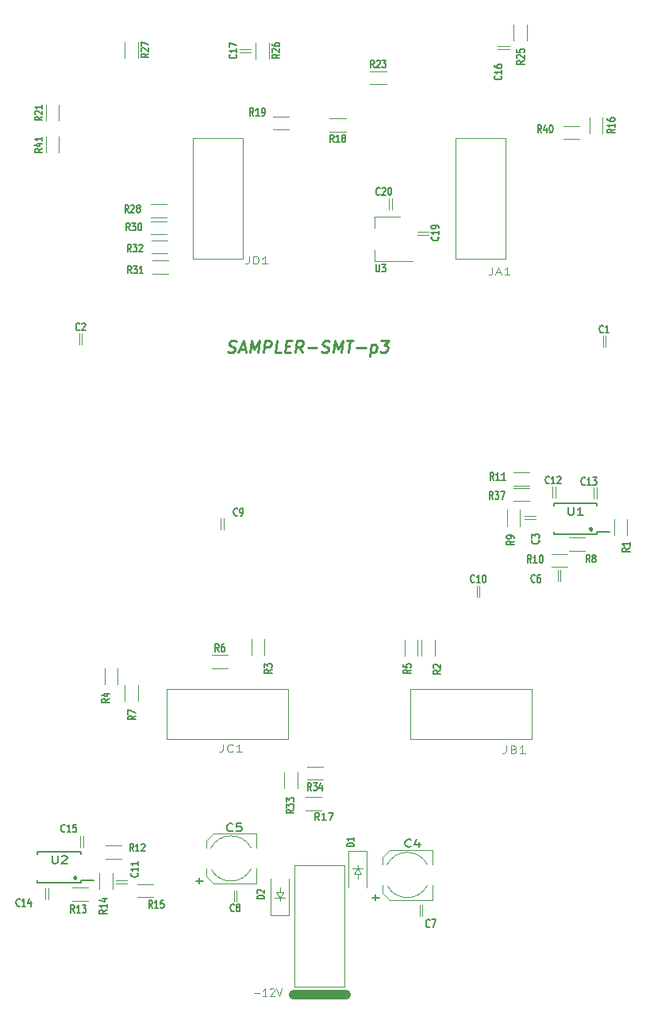
<source format=gbr>
G04 #@! TF.GenerationSoftware,KiCad,Pcbnew,7.0.1-0*
G04 #@! TF.CreationDate,2023-03-29T13:01:15-07:00*
G04 #@! TF.ProjectId,Kit-Trig-Sampler,4b69742d-5472-4696-972d-53616d706c65,rev?*
G04 #@! TF.SameCoordinates,PXb71b00PY73f50f0*
G04 #@! TF.FileFunction,Legend,Top*
G04 #@! TF.FilePolarity,Positive*
%FSLAX46Y46*%
G04 Gerber Fmt 4.6, Leading zero omitted, Abs format (unit mm)*
G04 Created by KiCad (PCBNEW 7.0.1-0) date 2023-03-29 13:01:15*
%MOMM*%
%LPD*%
G01*
G04 APERTURE LIST*
G04 Aperture macros list*
%AMOutline4P*
0 Free polygon, 4 corners , with rotation*
0 The origin of the aperture is its center*
0 number of corners: always 4*
0 $1 to $8 corner X, Y*
0 $9 Rotation angle, in degrees counterclockwise*
0 create outline with 4 corners*
4,1,4,$1,$2,$3,$4,$5,$6,$7,$8,$1,$2,$9*%
G04 Aperture macros list end*
%ADD10C,0.254000*%
%ADD11C,0.150000*%
%ADD12C,0.120000*%
%ADD13C,0.152400*%
%ADD14C,0.120650*%
%ADD15C,0.100000*%
%ADD16C,1.000000*%
%ADD17R,1.000000X1.000000*%
%ADD18R,1.200000X0.900000*%
%ADD19R,1.700000X1.700000*%
%ADD20O,1.700000X1.700000*%
%ADD21R,3.000000X1.600000*%
%ADD22R,1.450000X0.450000*%
%ADD23R,1.500000X1.000000*%
%ADD24R,1.800000X1.000000*%
%ADD25Outline4P,-1.100000X-0.500000X1.100000X-0.500000X0.400000X0.500000X-0.400000X0.500000X270.000000*%
%ADD26R,1.840000X2.200000*%
%ADD27Outline4P,-1.100000X-0.425000X1.100000X-0.425000X0.500000X0.425000X-0.500000X0.425000X90.000000*%
%ADD28C,1.930400*%
%ADD29C,1.800000*%
%ADD30C,1.500000*%
%ADD31O,1.397000X1.092200*%
%ADD32O,1.524000X1.524000*%
%ADD33C,2.540000*%
G04 APERTURE END LIST*
D10*
X29334435Y69922950D02*
X29508304Y69862474D01*
X29508304Y69862474D02*
X29810685Y69862474D01*
X29810685Y69862474D02*
X29939197Y69922950D01*
X29939197Y69922950D02*
X30007233Y69983427D01*
X30007233Y69983427D02*
X30082828Y70104379D01*
X30082828Y70104379D02*
X30097947Y70225331D01*
X30097947Y70225331D02*
X30052590Y70346284D01*
X30052590Y70346284D02*
X29999673Y70406760D01*
X29999673Y70406760D02*
X29886281Y70467236D01*
X29886281Y70467236D02*
X29651935Y70527712D01*
X29651935Y70527712D02*
X29538542Y70588189D01*
X29538542Y70588189D02*
X29485626Y70648665D01*
X29485626Y70648665D02*
X29440269Y70769617D01*
X29440269Y70769617D02*
X29455388Y70890570D01*
X29455388Y70890570D02*
X29530983Y71011522D01*
X29530983Y71011522D02*
X29599019Y71071998D01*
X29599019Y71071998D02*
X29727531Y71132474D01*
X29727531Y71132474D02*
X30029911Y71132474D01*
X30029911Y71132474D02*
X30203781Y71071998D01*
X30574197Y70225331D02*
X31178959Y70225331D01*
X30407887Y69862474D02*
X30989971Y71132474D01*
X30989971Y71132474D02*
X31254554Y69862474D01*
X31670328Y69862474D02*
X31829078Y71132474D01*
X31829078Y71132474D02*
X32139018Y70225331D01*
X32139018Y70225331D02*
X32675745Y71132474D01*
X32675745Y71132474D02*
X32516995Y69862474D01*
X33114197Y69862474D02*
X33272947Y71132474D01*
X33272947Y71132474D02*
X33756756Y71132474D01*
X33756756Y71132474D02*
X33870149Y71071998D01*
X33870149Y71071998D02*
X33923066Y71011522D01*
X33923066Y71011522D02*
X33968423Y70890570D01*
X33968423Y70890570D02*
X33945745Y70709141D01*
X33945745Y70709141D02*
X33870149Y70588189D01*
X33870149Y70588189D02*
X33802114Y70527712D01*
X33802114Y70527712D02*
X33673602Y70467236D01*
X33673602Y70467236D02*
X33189792Y70467236D01*
X34981399Y69862474D02*
X34376637Y69862474D01*
X34376637Y69862474D02*
X34535387Y71132474D01*
X35480328Y70527712D02*
X35903661Y70527712D01*
X36001935Y69862474D02*
X35397173Y69862474D01*
X35397173Y69862474D02*
X35555923Y71132474D01*
X35555923Y71132474D02*
X36160685Y71132474D01*
X37264375Y69862474D02*
X36916637Y70467236D01*
X36538661Y69862474D02*
X36697411Y71132474D01*
X36697411Y71132474D02*
X37181220Y71132474D01*
X37181220Y71132474D02*
X37294613Y71071998D01*
X37294613Y71071998D02*
X37347530Y71011522D01*
X37347530Y71011522D02*
X37392887Y70890570D01*
X37392887Y70890570D02*
X37370209Y70709141D01*
X37370209Y70709141D02*
X37294613Y70588189D01*
X37294613Y70588189D02*
X37226578Y70527712D01*
X37226578Y70527712D02*
X37098066Y70467236D01*
X37098066Y70467236D02*
X36614256Y70467236D01*
X37861577Y70346284D02*
X38829196Y70346284D01*
X39320565Y69922950D02*
X39494434Y69862474D01*
X39494434Y69862474D02*
X39796815Y69862474D01*
X39796815Y69862474D02*
X39925327Y69922950D01*
X39925327Y69922950D02*
X39993363Y69983427D01*
X39993363Y69983427D02*
X40068958Y70104379D01*
X40068958Y70104379D02*
X40084077Y70225331D01*
X40084077Y70225331D02*
X40038720Y70346284D01*
X40038720Y70346284D02*
X39985803Y70406760D01*
X39985803Y70406760D02*
X39872411Y70467236D01*
X39872411Y70467236D02*
X39638065Y70527712D01*
X39638065Y70527712D02*
X39524672Y70588189D01*
X39524672Y70588189D02*
X39471756Y70648665D01*
X39471756Y70648665D02*
X39426399Y70769617D01*
X39426399Y70769617D02*
X39441518Y70890570D01*
X39441518Y70890570D02*
X39517113Y71011522D01*
X39517113Y71011522D02*
X39585149Y71071998D01*
X39585149Y71071998D02*
X39713661Y71132474D01*
X39713661Y71132474D02*
X40016041Y71132474D01*
X40016041Y71132474D02*
X40189911Y71071998D01*
X40575446Y69862474D02*
X40734196Y71132474D01*
X40734196Y71132474D02*
X41044136Y70225331D01*
X41044136Y70225331D02*
X41580863Y71132474D01*
X41580863Y71132474D02*
X41422113Y69862474D01*
X41996636Y71132474D02*
X42722351Y71132474D01*
X42200744Y69862474D02*
X42359494Y71132474D01*
X43039851Y70346284D02*
X44007470Y70346284D01*
X44657589Y70709141D02*
X44498839Y69439141D01*
X44650030Y70648665D02*
X44778542Y70709141D01*
X44778542Y70709141D02*
X45020446Y70709141D01*
X45020446Y70709141D02*
X45133839Y70648665D01*
X45133839Y70648665D02*
X45186756Y70588189D01*
X45186756Y70588189D02*
X45232113Y70467236D01*
X45232113Y70467236D02*
X45186756Y70104379D01*
X45186756Y70104379D02*
X45111161Y69983427D01*
X45111161Y69983427D02*
X45043125Y69922950D01*
X45043125Y69922950D02*
X44914613Y69862474D01*
X44914613Y69862474D02*
X44672708Y69862474D01*
X44672708Y69862474D02*
X44559315Y69922950D01*
X45678125Y71132474D02*
X46464315Y71132474D01*
X46464315Y71132474D02*
X45980506Y70648665D01*
X45980506Y70648665D02*
X46161934Y70648665D01*
X46161934Y70648665D02*
X46275327Y70588189D01*
X46275327Y70588189D02*
X46328244Y70527712D01*
X46328244Y70527712D02*
X46373601Y70406760D01*
X46373601Y70406760D02*
X46335803Y70104379D01*
X46335803Y70104379D02*
X46260208Y69983427D01*
X46260208Y69983427D02*
X46192172Y69922950D01*
X46192172Y69922950D02*
X46063660Y69862474D01*
X46063660Y69862474D02*
X45700803Y69862474D01*
X45700803Y69862474D02*
X45587410Y69922950D01*
X45587410Y69922950D02*
X45534494Y69983427D01*
D11*
G04 #@! TO.C,C7*
X50861666Y8641393D02*
X50830714Y8602688D01*
X50830714Y8602688D02*
X50737856Y8563984D01*
X50737856Y8563984D02*
X50675952Y8563984D01*
X50675952Y8563984D02*
X50583095Y8602688D01*
X50583095Y8602688D02*
X50521190Y8680098D01*
X50521190Y8680098D02*
X50490237Y8757508D01*
X50490237Y8757508D02*
X50459285Y8912327D01*
X50459285Y8912327D02*
X50459285Y9028441D01*
X50459285Y9028441D02*
X50490237Y9183260D01*
X50490237Y9183260D02*
X50521190Y9260669D01*
X50521190Y9260669D02*
X50583095Y9338079D01*
X50583095Y9338079D02*
X50675952Y9376784D01*
X50675952Y9376784D02*
X50737856Y9376784D01*
X50737856Y9376784D02*
X50830714Y9338079D01*
X50830714Y9338079D02*
X50861666Y9299374D01*
X51078333Y9376784D02*
X51511666Y9376784D01*
X51511666Y9376784D02*
X51233095Y8563984D01*
G04 #@! TO.C,C17*
X30198607Y101642143D02*
X30237312Y101611191D01*
X30237312Y101611191D02*
X30276016Y101518333D01*
X30276016Y101518333D02*
X30276016Y101456429D01*
X30276016Y101456429D02*
X30237312Y101363572D01*
X30237312Y101363572D02*
X30159902Y101301667D01*
X30159902Y101301667D02*
X30082492Y101270714D01*
X30082492Y101270714D02*
X29927673Y101239762D01*
X29927673Y101239762D02*
X29811559Y101239762D01*
X29811559Y101239762D02*
X29656740Y101270714D01*
X29656740Y101270714D02*
X29579331Y101301667D01*
X29579331Y101301667D02*
X29501921Y101363572D01*
X29501921Y101363572D02*
X29463216Y101456429D01*
X29463216Y101456429D02*
X29463216Y101518333D01*
X29463216Y101518333D02*
X29501921Y101611191D01*
X29501921Y101611191D02*
X29540626Y101642143D01*
X30276016Y102261191D02*
X30276016Y101889762D01*
X30276016Y102075476D02*
X29463216Y102075476D01*
X29463216Y102075476D02*
X29579331Y102013572D01*
X29579331Y102013572D02*
X29656740Y101951667D01*
X29656740Y101951667D02*
X29695445Y101889762D01*
X29463216Y102477858D02*
X29463216Y102911191D01*
X29463216Y102911191D02*
X30276016Y102632620D01*
G04 #@! TO.C,R26*
X34826016Y101642143D02*
X34438969Y101425476D01*
X34826016Y101270714D02*
X34013216Y101270714D01*
X34013216Y101270714D02*
X34013216Y101518333D01*
X34013216Y101518333D02*
X34051921Y101580238D01*
X34051921Y101580238D02*
X34090626Y101611191D01*
X34090626Y101611191D02*
X34168035Y101642143D01*
X34168035Y101642143D02*
X34284150Y101642143D01*
X34284150Y101642143D02*
X34361559Y101611191D01*
X34361559Y101611191D02*
X34400264Y101580238D01*
X34400264Y101580238D02*
X34438969Y101518333D01*
X34438969Y101518333D02*
X34438969Y101270714D01*
X34090626Y101889762D02*
X34051921Y101920714D01*
X34051921Y101920714D02*
X34013216Y101982619D01*
X34013216Y101982619D02*
X34013216Y102137381D01*
X34013216Y102137381D02*
X34051921Y102199286D01*
X34051921Y102199286D02*
X34090626Y102230238D01*
X34090626Y102230238D02*
X34168035Y102261191D01*
X34168035Y102261191D02*
X34245445Y102261191D01*
X34245445Y102261191D02*
X34361559Y102230238D01*
X34361559Y102230238D02*
X34826016Y101858810D01*
X34826016Y101858810D02*
X34826016Y102261191D01*
X34013216Y102818334D02*
X34013216Y102694524D01*
X34013216Y102694524D02*
X34051921Y102632620D01*
X34051921Y102632620D02*
X34090626Y102601667D01*
X34090626Y102601667D02*
X34206740Y102539762D01*
X34206740Y102539762D02*
X34361559Y102508810D01*
X34361559Y102508810D02*
X34671197Y102508810D01*
X34671197Y102508810D02*
X34748607Y102539762D01*
X34748607Y102539762D02*
X34787312Y102570715D01*
X34787312Y102570715D02*
X34826016Y102632620D01*
X34826016Y102632620D02*
X34826016Y102756429D01*
X34826016Y102756429D02*
X34787312Y102818334D01*
X34787312Y102818334D02*
X34748607Y102849286D01*
X34748607Y102849286D02*
X34671197Y102880239D01*
X34671197Y102880239D02*
X34477673Y102880239D01*
X34477673Y102880239D02*
X34400264Y102849286D01*
X34400264Y102849286D02*
X34361559Y102818334D01*
X34361559Y102818334D02*
X34322854Y102756429D01*
X34322854Y102756429D02*
X34322854Y102632620D01*
X34322854Y102632620D02*
X34361559Y102570715D01*
X34361559Y102570715D02*
X34400264Y102539762D01*
X34400264Y102539762D02*
X34477673Y102508810D01*
G04 #@! TO.C,R2*
X52036016Y35961667D02*
X51648969Y35745000D01*
X52036016Y35590238D02*
X51223216Y35590238D01*
X51223216Y35590238D02*
X51223216Y35837857D01*
X51223216Y35837857D02*
X51261921Y35899762D01*
X51261921Y35899762D02*
X51300626Y35930715D01*
X51300626Y35930715D02*
X51378035Y35961667D01*
X51378035Y35961667D02*
X51494150Y35961667D01*
X51494150Y35961667D02*
X51571559Y35930715D01*
X51571559Y35930715D02*
X51610264Y35899762D01*
X51610264Y35899762D02*
X51648969Y35837857D01*
X51648969Y35837857D02*
X51648969Y35590238D01*
X51300626Y36209286D02*
X51261921Y36240238D01*
X51261921Y36240238D02*
X51223216Y36302143D01*
X51223216Y36302143D02*
X51223216Y36456905D01*
X51223216Y36456905D02*
X51261921Y36518810D01*
X51261921Y36518810D02*
X51300626Y36549762D01*
X51300626Y36549762D02*
X51378035Y36580715D01*
X51378035Y36580715D02*
X51455445Y36580715D01*
X51455445Y36580715D02*
X51571559Y36549762D01*
X51571559Y36549762D02*
X52036016Y36178334D01*
X52036016Y36178334D02*
X52036016Y36580715D01*
G04 #@! TO.C,R37*
X57602142Y54223984D02*
X57385475Y54611031D01*
X57230713Y54223984D02*
X57230713Y55036784D01*
X57230713Y55036784D02*
X57478332Y55036784D01*
X57478332Y55036784D02*
X57540237Y54998079D01*
X57540237Y54998079D02*
X57571190Y54959374D01*
X57571190Y54959374D02*
X57602142Y54881965D01*
X57602142Y54881965D02*
X57602142Y54765850D01*
X57602142Y54765850D02*
X57571190Y54688441D01*
X57571190Y54688441D02*
X57540237Y54649736D01*
X57540237Y54649736D02*
X57478332Y54611031D01*
X57478332Y54611031D02*
X57230713Y54611031D01*
X57818809Y55036784D02*
X58221190Y55036784D01*
X58221190Y55036784D02*
X58004523Y54727146D01*
X58004523Y54727146D02*
X58097380Y54727146D01*
X58097380Y54727146D02*
X58159285Y54688441D01*
X58159285Y54688441D02*
X58190237Y54649736D01*
X58190237Y54649736D02*
X58221190Y54572327D01*
X58221190Y54572327D02*
X58221190Y54378803D01*
X58221190Y54378803D02*
X58190237Y54301393D01*
X58190237Y54301393D02*
X58159285Y54262688D01*
X58159285Y54262688D02*
X58097380Y54223984D01*
X58097380Y54223984D02*
X57911666Y54223984D01*
X57911666Y54223984D02*
X57849761Y54262688D01*
X57849761Y54262688D02*
X57818809Y54301393D01*
X58437857Y55036784D02*
X58871190Y55036784D01*
X58871190Y55036784D02*
X58592619Y54223984D01*
G04 #@! TO.C,D2*
X33246016Y11590238D02*
X32433216Y11590238D01*
X32433216Y11590238D02*
X32433216Y11745000D01*
X32433216Y11745000D02*
X32471921Y11837857D01*
X32471921Y11837857D02*
X32549331Y11899762D01*
X32549331Y11899762D02*
X32626740Y11930715D01*
X32626740Y11930715D02*
X32781559Y11961667D01*
X32781559Y11961667D02*
X32897673Y11961667D01*
X32897673Y11961667D02*
X33052492Y11930715D01*
X33052492Y11930715D02*
X33129902Y11899762D01*
X33129902Y11899762D02*
X33207312Y11837857D01*
X33207312Y11837857D02*
X33246016Y11745000D01*
X33246016Y11745000D02*
X33246016Y11590238D01*
X32510626Y12209286D02*
X32471921Y12240238D01*
X32471921Y12240238D02*
X32433216Y12302143D01*
X32433216Y12302143D02*
X32433216Y12456905D01*
X32433216Y12456905D02*
X32471921Y12518810D01*
X32471921Y12518810D02*
X32510626Y12549762D01*
X32510626Y12549762D02*
X32588035Y12580715D01*
X32588035Y12580715D02*
X32665445Y12580715D01*
X32665445Y12580715D02*
X32781559Y12549762D01*
X32781559Y12549762D02*
X33246016Y12178334D01*
X33246016Y12178334D02*
X33246016Y12580715D01*
G04 #@! TO.C,R33*
X36376016Y21092143D02*
X35988969Y20875476D01*
X36376016Y20720714D02*
X35563216Y20720714D01*
X35563216Y20720714D02*
X35563216Y20968333D01*
X35563216Y20968333D02*
X35601921Y21030238D01*
X35601921Y21030238D02*
X35640626Y21061191D01*
X35640626Y21061191D02*
X35718035Y21092143D01*
X35718035Y21092143D02*
X35834150Y21092143D01*
X35834150Y21092143D02*
X35911559Y21061191D01*
X35911559Y21061191D02*
X35950264Y21030238D01*
X35950264Y21030238D02*
X35988969Y20968333D01*
X35988969Y20968333D02*
X35988969Y20720714D01*
X35563216Y21308810D02*
X35563216Y21711191D01*
X35563216Y21711191D02*
X35872854Y21494524D01*
X35872854Y21494524D02*
X35872854Y21587381D01*
X35872854Y21587381D02*
X35911559Y21649286D01*
X35911559Y21649286D02*
X35950264Y21680238D01*
X35950264Y21680238D02*
X36027673Y21711191D01*
X36027673Y21711191D02*
X36221197Y21711191D01*
X36221197Y21711191D02*
X36298607Y21680238D01*
X36298607Y21680238D02*
X36337312Y21649286D01*
X36337312Y21649286D02*
X36376016Y21587381D01*
X36376016Y21587381D02*
X36376016Y21401667D01*
X36376016Y21401667D02*
X36337312Y21339762D01*
X36337312Y21339762D02*
X36298607Y21308810D01*
X35563216Y21927858D02*
X35563216Y22330239D01*
X35563216Y22330239D02*
X35872854Y22113572D01*
X35872854Y22113572D02*
X35872854Y22206429D01*
X35872854Y22206429D02*
X35911559Y22268334D01*
X35911559Y22268334D02*
X35950264Y22299286D01*
X35950264Y22299286D02*
X36027673Y22330239D01*
X36027673Y22330239D02*
X36221197Y22330239D01*
X36221197Y22330239D02*
X36298607Y22299286D01*
X36298607Y22299286D02*
X36337312Y22268334D01*
X36337312Y22268334D02*
X36376016Y22206429D01*
X36376016Y22206429D02*
X36376016Y22020715D01*
X36376016Y22020715D02*
X36337312Y21958810D01*
X36337312Y21958810D02*
X36298607Y21927858D01*
D12*
G04 #@! TO.C,JC1*
X28798012Y28074420D02*
X28798012Y27493848D01*
X28798012Y27493848D02*
X28750393Y27377734D01*
X28750393Y27377734D02*
X28655155Y27300324D01*
X28655155Y27300324D02*
X28512298Y27261620D01*
X28512298Y27261620D02*
X28417060Y27261620D01*
X29845631Y27339029D02*
X29798012Y27300324D01*
X29798012Y27300324D02*
X29655155Y27261620D01*
X29655155Y27261620D02*
X29559917Y27261620D01*
X29559917Y27261620D02*
X29417060Y27300324D01*
X29417060Y27300324D02*
X29321822Y27377734D01*
X29321822Y27377734D02*
X29274203Y27455144D01*
X29274203Y27455144D02*
X29226584Y27609963D01*
X29226584Y27609963D02*
X29226584Y27726077D01*
X29226584Y27726077D02*
X29274203Y27880896D01*
X29274203Y27880896D02*
X29321822Y27958305D01*
X29321822Y27958305D02*
X29417060Y28035715D01*
X29417060Y28035715D02*
X29559917Y28074420D01*
X29559917Y28074420D02*
X29655155Y28074420D01*
X29655155Y28074420D02*
X29798012Y28035715D01*
X29798012Y28035715D02*
X29845631Y27997010D01*
X30798012Y27261620D02*
X30226584Y27261620D01*
X30512298Y27261620D02*
X30512298Y28074420D01*
X30512298Y28074420D02*
X30417060Y27958305D01*
X30417060Y27958305D02*
X30321822Y27880896D01*
X30321822Y27880896D02*
X30226584Y27842191D01*
D11*
G04 #@! TO.C,R16*
X70596016Y93672143D02*
X70208969Y93455476D01*
X70596016Y93300714D02*
X69783216Y93300714D01*
X69783216Y93300714D02*
X69783216Y93548333D01*
X69783216Y93548333D02*
X69821921Y93610238D01*
X69821921Y93610238D02*
X69860626Y93641191D01*
X69860626Y93641191D02*
X69938035Y93672143D01*
X69938035Y93672143D02*
X70054150Y93672143D01*
X70054150Y93672143D02*
X70131559Y93641191D01*
X70131559Y93641191D02*
X70170264Y93610238D01*
X70170264Y93610238D02*
X70208969Y93548333D01*
X70208969Y93548333D02*
X70208969Y93300714D01*
X70596016Y94291191D02*
X70596016Y93919762D01*
X70596016Y94105476D02*
X69783216Y94105476D01*
X69783216Y94105476D02*
X69899331Y94043572D01*
X69899331Y94043572D02*
X69976740Y93981667D01*
X69976740Y93981667D02*
X70015445Y93919762D01*
X69783216Y94848334D02*
X69783216Y94724524D01*
X69783216Y94724524D02*
X69821921Y94662620D01*
X69821921Y94662620D02*
X69860626Y94631667D01*
X69860626Y94631667D02*
X69976740Y94569762D01*
X69976740Y94569762D02*
X70131559Y94538810D01*
X70131559Y94538810D02*
X70441197Y94538810D01*
X70441197Y94538810D02*
X70518607Y94569762D01*
X70518607Y94569762D02*
X70557312Y94600715D01*
X70557312Y94600715D02*
X70596016Y94662620D01*
X70596016Y94662620D02*
X70596016Y94786429D01*
X70596016Y94786429D02*
X70557312Y94848334D01*
X70557312Y94848334D02*
X70518607Y94879286D01*
X70518607Y94879286D02*
X70441197Y94910239D01*
X70441197Y94910239D02*
X70247673Y94910239D01*
X70247673Y94910239D02*
X70170264Y94879286D01*
X70170264Y94879286D02*
X70131559Y94848334D01*
X70131559Y94848334D02*
X70092854Y94786429D01*
X70092854Y94786429D02*
X70092854Y94662620D01*
X70092854Y94662620D02*
X70131559Y94600715D01*
X70131559Y94600715D02*
X70170264Y94569762D01*
X70170264Y94569762D02*
X70247673Y94538810D01*
G04 #@! TO.C,C1*
X69361666Y72041393D02*
X69330714Y72002688D01*
X69330714Y72002688D02*
X69237856Y71963984D01*
X69237856Y71963984D02*
X69175952Y71963984D01*
X69175952Y71963984D02*
X69083095Y72002688D01*
X69083095Y72002688D02*
X69021190Y72080098D01*
X69021190Y72080098D02*
X68990237Y72157508D01*
X68990237Y72157508D02*
X68959285Y72312327D01*
X68959285Y72312327D02*
X68959285Y72428441D01*
X68959285Y72428441D02*
X68990237Y72583260D01*
X68990237Y72583260D02*
X69021190Y72660669D01*
X69021190Y72660669D02*
X69083095Y72738079D01*
X69083095Y72738079D02*
X69175952Y72776784D01*
X69175952Y72776784D02*
X69237856Y72776784D01*
X69237856Y72776784D02*
X69330714Y72738079D01*
X69330714Y72738079D02*
X69361666Y72699374D01*
X69980714Y71963984D02*
X69609285Y71963984D01*
X69794999Y71963984D02*
X69794999Y72776784D01*
X69794999Y72776784D02*
X69733095Y72660669D01*
X69733095Y72660669D02*
X69671190Y72583260D01*
X69671190Y72583260D02*
X69609285Y72544555D01*
D13*
G04 #@! TO.C,C4*
X48860667Y17201393D02*
X48812286Y17162688D01*
X48812286Y17162688D02*
X48667143Y17123984D01*
X48667143Y17123984D02*
X48570381Y17123984D01*
X48570381Y17123984D02*
X48425238Y17162688D01*
X48425238Y17162688D02*
X48328476Y17240098D01*
X48328476Y17240098D02*
X48280095Y17317508D01*
X48280095Y17317508D02*
X48231714Y17472327D01*
X48231714Y17472327D02*
X48231714Y17588441D01*
X48231714Y17588441D02*
X48280095Y17743260D01*
X48280095Y17743260D02*
X48328476Y17820669D01*
X48328476Y17820669D02*
X48425238Y17898079D01*
X48425238Y17898079D02*
X48570381Y17936784D01*
X48570381Y17936784D02*
X48667143Y17936784D01*
X48667143Y17936784D02*
X48812286Y17898079D01*
X48812286Y17898079D02*
X48860667Y17859374D01*
X49731524Y17665850D02*
X49731524Y17123984D01*
X49489619Y17975488D02*
X49247714Y17394917D01*
X49247714Y17394917D02*
X49876667Y17394917D01*
D11*
X44699048Y11723622D02*
X45460953Y11723622D01*
X45080000Y11413984D02*
X45080000Y12033260D01*
G04 #@! TO.C,R5*
X48856016Y36021667D02*
X48468969Y35805000D01*
X48856016Y35650238D02*
X48043216Y35650238D01*
X48043216Y35650238D02*
X48043216Y35897857D01*
X48043216Y35897857D02*
X48081921Y35959762D01*
X48081921Y35959762D02*
X48120626Y35990715D01*
X48120626Y35990715D02*
X48198035Y36021667D01*
X48198035Y36021667D02*
X48314150Y36021667D01*
X48314150Y36021667D02*
X48391559Y35990715D01*
X48391559Y35990715D02*
X48430264Y35959762D01*
X48430264Y35959762D02*
X48468969Y35897857D01*
X48468969Y35897857D02*
X48468969Y35650238D01*
X48043216Y36609762D02*
X48043216Y36300238D01*
X48043216Y36300238D02*
X48430264Y36269286D01*
X48430264Y36269286D02*
X48391559Y36300238D01*
X48391559Y36300238D02*
X48352854Y36362143D01*
X48352854Y36362143D02*
X48352854Y36516905D01*
X48352854Y36516905D02*
X48391559Y36578810D01*
X48391559Y36578810D02*
X48430264Y36609762D01*
X48430264Y36609762D02*
X48507673Y36640715D01*
X48507673Y36640715D02*
X48701197Y36640715D01*
X48701197Y36640715D02*
X48778607Y36609762D01*
X48778607Y36609762D02*
X48817312Y36578810D01*
X48817312Y36578810D02*
X48856016Y36516905D01*
X48856016Y36516905D02*
X48856016Y36362143D01*
X48856016Y36362143D02*
X48817312Y36300238D01*
X48817312Y36300238D02*
X48778607Y36269286D01*
G04 #@! TO.C,R14*
X16436016Y10412143D02*
X16048969Y10195476D01*
X16436016Y10040714D02*
X15623216Y10040714D01*
X15623216Y10040714D02*
X15623216Y10288333D01*
X15623216Y10288333D02*
X15661921Y10350238D01*
X15661921Y10350238D02*
X15700626Y10381191D01*
X15700626Y10381191D02*
X15778035Y10412143D01*
X15778035Y10412143D02*
X15894150Y10412143D01*
X15894150Y10412143D02*
X15971559Y10381191D01*
X15971559Y10381191D02*
X16010264Y10350238D01*
X16010264Y10350238D02*
X16048969Y10288333D01*
X16048969Y10288333D02*
X16048969Y10040714D01*
X16436016Y11031191D02*
X16436016Y10659762D01*
X16436016Y10845476D02*
X15623216Y10845476D01*
X15623216Y10845476D02*
X15739331Y10783572D01*
X15739331Y10783572D02*
X15816740Y10721667D01*
X15816740Y10721667D02*
X15855445Y10659762D01*
X15894150Y11588334D02*
X16436016Y11588334D01*
X15584512Y11433572D02*
X16165083Y11278810D01*
X16165083Y11278810D02*
X16165083Y11681191D01*
G04 #@! TO.C,R25*
X60946016Y100992143D02*
X60558969Y100775476D01*
X60946016Y100620714D02*
X60133216Y100620714D01*
X60133216Y100620714D02*
X60133216Y100868333D01*
X60133216Y100868333D02*
X60171921Y100930238D01*
X60171921Y100930238D02*
X60210626Y100961191D01*
X60210626Y100961191D02*
X60288035Y100992143D01*
X60288035Y100992143D02*
X60404150Y100992143D01*
X60404150Y100992143D02*
X60481559Y100961191D01*
X60481559Y100961191D02*
X60520264Y100930238D01*
X60520264Y100930238D02*
X60558969Y100868333D01*
X60558969Y100868333D02*
X60558969Y100620714D01*
X60210626Y101239762D02*
X60171921Y101270714D01*
X60171921Y101270714D02*
X60133216Y101332619D01*
X60133216Y101332619D02*
X60133216Y101487381D01*
X60133216Y101487381D02*
X60171921Y101549286D01*
X60171921Y101549286D02*
X60210626Y101580238D01*
X60210626Y101580238D02*
X60288035Y101611191D01*
X60288035Y101611191D02*
X60365445Y101611191D01*
X60365445Y101611191D02*
X60481559Y101580238D01*
X60481559Y101580238D02*
X60946016Y101208810D01*
X60946016Y101208810D02*
X60946016Y101611191D01*
X60133216Y102199286D02*
X60133216Y101889762D01*
X60133216Y101889762D02*
X60520264Y101858810D01*
X60520264Y101858810D02*
X60481559Y101889762D01*
X60481559Y101889762D02*
X60442854Y101951667D01*
X60442854Y101951667D02*
X60442854Y102106429D01*
X60442854Y102106429D02*
X60481559Y102168334D01*
X60481559Y102168334D02*
X60520264Y102199286D01*
X60520264Y102199286D02*
X60597673Y102230239D01*
X60597673Y102230239D02*
X60791197Y102230239D01*
X60791197Y102230239D02*
X60868607Y102199286D01*
X60868607Y102199286D02*
X60907312Y102168334D01*
X60907312Y102168334D02*
X60946016Y102106429D01*
X60946016Y102106429D02*
X60946016Y101951667D01*
X60946016Y101951667D02*
X60907312Y101889762D01*
X60907312Y101889762D02*
X60868607Y101858810D01*
G04 #@! TO.C,C15*
X11942142Y18791393D02*
X11911190Y18752688D01*
X11911190Y18752688D02*
X11818332Y18713984D01*
X11818332Y18713984D02*
X11756428Y18713984D01*
X11756428Y18713984D02*
X11663571Y18752688D01*
X11663571Y18752688D02*
X11601666Y18830098D01*
X11601666Y18830098D02*
X11570713Y18907508D01*
X11570713Y18907508D02*
X11539761Y19062327D01*
X11539761Y19062327D02*
X11539761Y19178441D01*
X11539761Y19178441D02*
X11570713Y19333260D01*
X11570713Y19333260D02*
X11601666Y19410669D01*
X11601666Y19410669D02*
X11663571Y19488079D01*
X11663571Y19488079D02*
X11756428Y19526784D01*
X11756428Y19526784D02*
X11818332Y19526784D01*
X11818332Y19526784D02*
X11911190Y19488079D01*
X11911190Y19488079D02*
X11942142Y19449374D01*
X12561190Y18713984D02*
X12189761Y18713984D01*
X12375475Y18713984D02*
X12375475Y19526784D01*
X12375475Y19526784D02*
X12313571Y19410669D01*
X12313571Y19410669D02*
X12251666Y19333260D01*
X12251666Y19333260D02*
X12189761Y19294555D01*
X13149285Y19526784D02*
X12839761Y19526784D01*
X12839761Y19526784D02*
X12808809Y19139736D01*
X12808809Y19139736D02*
X12839761Y19178441D01*
X12839761Y19178441D02*
X12901666Y19217146D01*
X12901666Y19217146D02*
X13056428Y19217146D01*
X13056428Y19217146D02*
X13118333Y19178441D01*
X13118333Y19178441D02*
X13149285Y19139736D01*
X13149285Y19139736D02*
X13180238Y19062327D01*
X13180238Y19062327D02*
X13180238Y18868803D01*
X13180238Y18868803D02*
X13149285Y18791393D01*
X13149285Y18791393D02*
X13118333Y18752688D01*
X13118333Y18752688D02*
X13056428Y18713984D01*
X13056428Y18713984D02*
X12901666Y18713984D01*
X12901666Y18713984D02*
X12839761Y18752688D01*
X12839761Y18752688D02*
X12808809Y18791393D01*
G04 #@! TO.C,C19*
X51748607Y82212143D02*
X51787312Y82181191D01*
X51787312Y82181191D02*
X51826016Y82088333D01*
X51826016Y82088333D02*
X51826016Y82026429D01*
X51826016Y82026429D02*
X51787312Y81933572D01*
X51787312Y81933572D02*
X51709902Y81871667D01*
X51709902Y81871667D02*
X51632492Y81840714D01*
X51632492Y81840714D02*
X51477673Y81809762D01*
X51477673Y81809762D02*
X51361559Y81809762D01*
X51361559Y81809762D02*
X51206740Y81840714D01*
X51206740Y81840714D02*
X51129331Y81871667D01*
X51129331Y81871667D02*
X51051921Y81933572D01*
X51051921Y81933572D02*
X51013216Y82026429D01*
X51013216Y82026429D02*
X51013216Y82088333D01*
X51013216Y82088333D02*
X51051921Y82181191D01*
X51051921Y82181191D02*
X51090626Y82212143D01*
X51826016Y82831191D02*
X51826016Y82459762D01*
X51826016Y82645476D02*
X51013216Y82645476D01*
X51013216Y82645476D02*
X51129331Y82583572D01*
X51129331Y82583572D02*
X51206740Y82521667D01*
X51206740Y82521667D02*
X51245445Y82459762D01*
X51826016Y83140715D02*
X51826016Y83264524D01*
X51826016Y83264524D02*
X51787312Y83326429D01*
X51787312Y83326429D02*
X51748607Y83357381D01*
X51748607Y83357381D02*
X51632492Y83419286D01*
X51632492Y83419286D02*
X51477673Y83450239D01*
X51477673Y83450239D02*
X51168035Y83450239D01*
X51168035Y83450239D02*
X51090626Y83419286D01*
X51090626Y83419286D02*
X51051921Y83388334D01*
X51051921Y83388334D02*
X51013216Y83326429D01*
X51013216Y83326429D02*
X51013216Y83202620D01*
X51013216Y83202620D02*
X51051921Y83140715D01*
X51051921Y83140715D02*
X51090626Y83109762D01*
X51090626Y83109762D02*
X51168035Y83078810D01*
X51168035Y83078810D02*
X51361559Y83078810D01*
X51361559Y83078810D02*
X51438969Y83109762D01*
X51438969Y83109762D02*
X51477673Y83140715D01*
X51477673Y83140715D02*
X51516378Y83202620D01*
X51516378Y83202620D02*
X51516378Y83326429D01*
X51516378Y83326429D02*
X51477673Y83388334D01*
X51477673Y83388334D02*
X51438969Y83419286D01*
X51438969Y83419286D02*
X51361559Y83450239D01*
G04 #@! TO.C,C20*
X45532142Y86721393D02*
X45501190Y86682688D01*
X45501190Y86682688D02*
X45408332Y86643984D01*
X45408332Y86643984D02*
X45346428Y86643984D01*
X45346428Y86643984D02*
X45253571Y86682688D01*
X45253571Y86682688D02*
X45191666Y86760098D01*
X45191666Y86760098D02*
X45160713Y86837508D01*
X45160713Y86837508D02*
X45129761Y86992327D01*
X45129761Y86992327D02*
X45129761Y87108441D01*
X45129761Y87108441D02*
X45160713Y87263260D01*
X45160713Y87263260D02*
X45191666Y87340669D01*
X45191666Y87340669D02*
X45253571Y87418079D01*
X45253571Y87418079D02*
X45346428Y87456784D01*
X45346428Y87456784D02*
X45408332Y87456784D01*
X45408332Y87456784D02*
X45501190Y87418079D01*
X45501190Y87418079D02*
X45532142Y87379374D01*
X45779761Y87379374D02*
X45810713Y87418079D01*
X45810713Y87418079D02*
X45872618Y87456784D01*
X45872618Y87456784D02*
X46027380Y87456784D01*
X46027380Y87456784D02*
X46089285Y87418079D01*
X46089285Y87418079D02*
X46120237Y87379374D01*
X46120237Y87379374D02*
X46151190Y87301965D01*
X46151190Y87301965D02*
X46151190Y87224555D01*
X46151190Y87224555D02*
X46120237Y87108441D01*
X46120237Y87108441D02*
X45748809Y86643984D01*
X45748809Y86643984D02*
X46151190Y86643984D01*
X46553571Y87456784D02*
X46615476Y87456784D01*
X46615476Y87456784D02*
X46677380Y87418079D01*
X46677380Y87418079D02*
X46708333Y87379374D01*
X46708333Y87379374D02*
X46739285Y87301965D01*
X46739285Y87301965D02*
X46770238Y87147146D01*
X46770238Y87147146D02*
X46770238Y86953622D01*
X46770238Y86953622D02*
X46739285Y86798803D01*
X46739285Y86798803D02*
X46708333Y86721393D01*
X46708333Y86721393D02*
X46677380Y86682688D01*
X46677380Y86682688D02*
X46615476Y86643984D01*
X46615476Y86643984D02*
X46553571Y86643984D01*
X46553571Y86643984D02*
X46491666Y86682688D01*
X46491666Y86682688D02*
X46460714Y86721393D01*
X46460714Y86721393D02*
X46429761Y86798803D01*
X46429761Y86798803D02*
X46398809Y86953622D01*
X46398809Y86953622D02*
X46398809Y87147146D01*
X46398809Y87147146D02*
X46429761Y87301965D01*
X46429761Y87301965D02*
X46460714Y87379374D01*
X46460714Y87379374D02*
X46491666Y87418079D01*
X46491666Y87418079D02*
X46553571Y87456784D01*
G04 #@! TO.C,D1*
X42786016Y17180238D02*
X41973216Y17180238D01*
X41973216Y17180238D02*
X41973216Y17335000D01*
X41973216Y17335000D02*
X42011921Y17427857D01*
X42011921Y17427857D02*
X42089331Y17489762D01*
X42089331Y17489762D02*
X42166740Y17520715D01*
X42166740Y17520715D02*
X42321559Y17551667D01*
X42321559Y17551667D02*
X42437673Y17551667D01*
X42437673Y17551667D02*
X42592492Y17520715D01*
X42592492Y17520715D02*
X42669902Y17489762D01*
X42669902Y17489762D02*
X42747312Y17427857D01*
X42747312Y17427857D02*
X42786016Y17335000D01*
X42786016Y17335000D02*
X42786016Y17180238D01*
X42786016Y18170715D02*
X42786016Y17799286D01*
X42786016Y17985000D02*
X41973216Y17985000D01*
X41973216Y17985000D02*
X42089331Y17923096D01*
X42089331Y17923096D02*
X42166740Y17861191D01*
X42166740Y17861191D02*
X42205445Y17799286D01*
G04 #@! TO.C,C13*
X67432142Y55801393D02*
X67401190Y55762688D01*
X67401190Y55762688D02*
X67308332Y55723984D01*
X67308332Y55723984D02*
X67246428Y55723984D01*
X67246428Y55723984D02*
X67153571Y55762688D01*
X67153571Y55762688D02*
X67091666Y55840098D01*
X67091666Y55840098D02*
X67060713Y55917508D01*
X67060713Y55917508D02*
X67029761Y56072327D01*
X67029761Y56072327D02*
X67029761Y56188441D01*
X67029761Y56188441D02*
X67060713Y56343260D01*
X67060713Y56343260D02*
X67091666Y56420669D01*
X67091666Y56420669D02*
X67153571Y56498079D01*
X67153571Y56498079D02*
X67246428Y56536784D01*
X67246428Y56536784D02*
X67308332Y56536784D01*
X67308332Y56536784D02*
X67401190Y56498079D01*
X67401190Y56498079D02*
X67432142Y56459374D01*
X68051190Y55723984D02*
X67679761Y55723984D01*
X67865475Y55723984D02*
X67865475Y56536784D01*
X67865475Y56536784D02*
X67803571Y56420669D01*
X67803571Y56420669D02*
X67741666Y56343260D01*
X67741666Y56343260D02*
X67679761Y56304555D01*
X68267857Y56536784D02*
X68670238Y56536784D01*
X68670238Y56536784D02*
X68453571Y56227146D01*
X68453571Y56227146D02*
X68546428Y56227146D01*
X68546428Y56227146D02*
X68608333Y56188441D01*
X68608333Y56188441D02*
X68639285Y56149736D01*
X68639285Y56149736D02*
X68670238Y56072327D01*
X68670238Y56072327D02*
X68670238Y55878803D01*
X68670238Y55878803D02*
X68639285Y55801393D01*
X68639285Y55801393D02*
X68608333Y55762688D01*
X68608333Y55762688D02*
X68546428Y55723984D01*
X68546428Y55723984D02*
X68360714Y55723984D01*
X68360714Y55723984D02*
X68298809Y55762688D01*
X68298809Y55762688D02*
X68267857Y55801393D01*
G04 #@! TO.C,R23*
X44942142Y100233984D02*
X44725475Y100621031D01*
X44570713Y100233984D02*
X44570713Y101046784D01*
X44570713Y101046784D02*
X44818332Y101046784D01*
X44818332Y101046784D02*
X44880237Y101008079D01*
X44880237Y101008079D02*
X44911190Y100969374D01*
X44911190Y100969374D02*
X44942142Y100891965D01*
X44942142Y100891965D02*
X44942142Y100775850D01*
X44942142Y100775850D02*
X44911190Y100698441D01*
X44911190Y100698441D02*
X44880237Y100659736D01*
X44880237Y100659736D02*
X44818332Y100621031D01*
X44818332Y100621031D02*
X44570713Y100621031D01*
X45189761Y100969374D02*
X45220713Y101008079D01*
X45220713Y101008079D02*
X45282618Y101046784D01*
X45282618Y101046784D02*
X45437380Y101046784D01*
X45437380Y101046784D02*
X45499285Y101008079D01*
X45499285Y101008079D02*
X45530237Y100969374D01*
X45530237Y100969374D02*
X45561190Y100891965D01*
X45561190Y100891965D02*
X45561190Y100814555D01*
X45561190Y100814555D02*
X45530237Y100698441D01*
X45530237Y100698441D02*
X45158809Y100233984D01*
X45158809Y100233984D02*
X45561190Y100233984D01*
X45777857Y101046784D02*
X46180238Y101046784D01*
X46180238Y101046784D02*
X45963571Y100737146D01*
X45963571Y100737146D02*
X46056428Y100737146D01*
X46056428Y100737146D02*
X46118333Y100698441D01*
X46118333Y100698441D02*
X46149285Y100659736D01*
X46149285Y100659736D02*
X46180238Y100582327D01*
X46180238Y100582327D02*
X46180238Y100388803D01*
X46180238Y100388803D02*
X46149285Y100311393D01*
X46149285Y100311393D02*
X46118333Y100272688D01*
X46118333Y100272688D02*
X46056428Y100233984D01*
X46056428Y100233984D02*
X45870714Y100233984D01*
X45870714Y100233984D02*
X45808809Y100272688D01*
X45808809Y100272688D02*
X45777857Y100311393D01*
G04 #@! TO.C,C9*
X30341666Y52521393D02*
X30310714Y52482688D01*
X30310714Y52482688D02*
X30217856Y52443984D01*
X30217856Y52443984D02*
X30155952Y52443984D01*
X30155952Y52443984D02*
X30063095Y52482688D01*
X30063095Y52482688D02*
X30001190Y52560098D01*
X30001190Y52560098D02*
X29970237Y52637508D01*
X29970237Y52637508D02*
X29939285Y52792327D01*
X29939285Y52792327D02*
X29939285Y52908441D01*
X29939285Y52908441D02*
X29970237Y53063260D01*
X29970237Y53063260D02*
X30001190Y53140669D01*
X30001190Y53140669D02*
X30063095Y53218079D01*
X30063095Y53218079D02*
X30155952Y53256784D01*
X30155952Y53256784D02*
X30217856Y53256784D01*
X30217856Y53256784D02*
X30310714Y53218079D01*
X30310714Y53218079D02*
X30341666Y53179374D01*
X30651190Y52443984D02*
X30774999Y52443984D01*
X30774999Y52443984D02*
X30836904Y52482688D01*
X30836904Y52482688D02*
X30867856Y52521393D01*
X30867856Y52521393D02*
X30929761Y52637508D01*
X30929761Y52637508D02*
X30960714Y52792327D01*
X30960714Y52792327D02*
X30960714Y53101965D01*
X30960714Y53101965D02*
X30929761Y53179374D01*
X30929761Y53179374D02*
X30898809Y53218079D01*
X30898809Y53218079D02*
X30836904Y53256784D01*
X30836904Y53256784D02*
X30713095Y53256784D01*
X30713095Y53256784D02*
X30651190Y53218079D01*
X30651190Y53218079D02*
X30620237Y53179374D01*
X30620237Y53179374D02*
X30589285Y53101965D01*
X30589285Y53101965D02*
X30589285Y52908441D01*
X30589285Y52908441D02*
X30620237Y52831031D01*
X30620237Y52831031D02*
X30651190Y52792327D01*
X30651190Y52792327D02*
X30713095Y52753622D01*
X30713095Y52753622D02*
X30836904Y52753622D01*
X30836904Y52753622D02*
X30898809Y52792327D01*
X30898809Y52792327D02*
X30929761Y52831031D01*
X30929761Y52831031D02*
X30960714Y52908441D01*
G04 #@! TO.C,R17*
X39080143Y19983984D02*
X38826143Y20371031D01*
X38644714Y19983984D02*
X38644714Y20796784D01*
X38644714Y20796784D02*
X38935000Y20796784D01*
X38935000Y20796784D02*
X39007571Y20758079D01*
X39007571Y20758079D02*
X39043857Y20719374D01*
X39043857Y20719374D02*
X39080143Y20641965D01*
X39080143Y20641965D02*
X39080143Y20525850D01*
X39080143Y20525850D02*
X39043857Y20448441D01*
X39043857Y20448441D02*
X39007571Y20409736D01*
X39007571Y20409736D02*
X38935000Y20371031D01*
X38935000Y20371031D02*
X38644714Y20371031D01*
X39805857Y19983984D02*
X39370428Y19983984D01*
X39588143Y19983984D02*
X39588143Y20796784D01*
X39588143Y20796784D02*
X39515571Y20680669D01*
X39515571Y20680669D02*
X39443000Y20603260D01*
X39443000Y20603260D02*
X39370428Y20564555D01*
X40059857Y20796784D02*
X40567857Y20796784D01*
X40567857Y20796784D02*
X40241285Y19983984D01*
G04 #@! TO.C,U1*
X65638095Y53341784D02*
X65638095Y52683803D01*
X65638095Y52683803D02*
X65685714Y52606393D01*
X65685714Y52606393D02*
X65733333Y52567688D01*
X65733333Y52567688D02*
X65828571Y52528984D01*
X65828571Y52528984D02*
X66019047Y52528984D01*
X66019047Y52528984D02*
X66114285Y52567688D01*
X66114285Y52567688D02*
X66161904Y52606393D01*
X66161904Y52606393D02*
X66209523Y52683803D01*
X66209523Y52683803D02*
X66209523Y53341784D01*
X67209523Y52528984D02*
X66638095Y52528984D01*
X66923809Y52528984D02*
X66923809Y53341784D01*
X66923809Y53341784D02*
X66828571Y53225669D01*
X66828571Y53225669D02*
X66733333Y53148260D01*
X66733333Y53148260D02*
X66638095Y53109555D01*
G04 #@! TO.C,R30*
X18872142Y82863984D02*
X18655475Y83251031D01*
X18500713Y82863984D02*
X18500713Y83676784D01*
X18500713Y83676784D02*
X18748332Y83676784D01*
X18748332Y83676784D02*
X18810237Y83638079D01*
X18810237Y83638079D02*
X18841190Y83599374D01*
X18841190Y83599374D02*
X18872142Y83521965D01*
X18872142Y83521965D02*
X18872142Y83405850D01*
X18872142Y83405850D02*
X18841190Y83328441D01*
X18841190Y83328441D02*
X18810237Y83289736D01*
X18810237Y83289736D02*
X18748332Y83251031D01*
X18748332Y83251031D02*
X18500713Y83251031D01*
X19088809Y83676784D02*
X19491190Y83676784D01*
X19491190Y83676784D02*
X19274523Y83367146D01*
X19274523Y83367146D02*
X19367380Y83367146D01*
X19367380Y83367146D02*
X19429285Y83328441D01*
X19429285Y83328441D02*
X19460237Y83289736D01*
X19460237Y83289736D02*
X19491190Y83212327D01*
X19491190Y83212327D02*
X19491190Y83018803D01*
X19491190Y83018803D02*
X19460237Y82941393D01*
X19460237Y82941393D02*
X19429285Y82902688D01*
X19429285Y82902688D02*
X19367380Y82863984D01*
X19367380Y82863984D02*
X19181666Y82863984D01*
X19181666Y82863984D02*
X19119761Y82902688D01*
X19119761Y82902688D02*
X19088809Y82941393D01*
X19893571Y83676784D02*
X19955476Y83676784D01*
X19955476Y83676784D02*
X20017380Y83638079D01*
X20017380Y83638079D02*
X20048333Y83599374D01*
X20048333Y83599374D02*
X20079285Y83521965D01*
X20079285Y83521965D02*
X20110238Y83367146D01*
X20110238Y83367146D02*
X20110238Y83173622D01*
X20110238Y83173622D02*
X20079285Y83018803D01*
X20079285Y83018803D02*
X20048333Y82941393D01*
X20048333Y82941393D02*
X20017380Y82902688D01*
X20017380Y82902688D02*
X19955476Y82863984D01*
X19955476Y82863984D02*
X19893571Y82863984D01*
X19893571Y82863984D02*
X19831666Y82902688D01*
X19831666Y82902688D02*
X19800714Y82941393D01*
X19800714Y82941393D02*
X19769761Y83018803D01*
X19769761Y83018803D02*
X19738809Y83173622D01*
X19738809Y83173622D02*
X19738809Y83367146D01*
X19738809Y83367146D02*
X19769761Y83521965D01*
X19769761Y83521965D02*
X19800714Y83599374D01*
X19800714Y83599374D02*
X19831666Y83638079D01*
X19831666Y83638079D02*
X19893571Y83676784D01*
G04 #@! TO.C,R21*
X9526016Y95012143D02*
X9138969Y94795476D01*
X9526016Y94640714D02*
X8713216Y94640714D01*
X8713216Y94640714D02*
X8713216Y94888333D01*
X8713216Y94888333D02*
X8751921Y94950238D01*
X8751921Y94950238D02*
X8790626Y94981191D01*
X8790626Y94981191D02*
X8868035Y95012143D01*
X8868035Y95012143D02*
X8984150Y95012143D01*
X8984150Y95012143D02*
X9061559Y94981191D01*
X9061559Y94981191D02*
X9100264Y94950238D01*
X9100264Y94950238D02*
X9138969Y94888333D01*
X9138969Y94888333D02*
X9138969Y94640714D01*
X8790626Y95259762D02*
X8751921Y95290714D01*
X8751921Y95290714D02*
X8713216Y95352619D01*
X8713216Y95352619D02*
X8713216Y95507381D01*
X8713216Y95507381D02*
X8751921Y95569286D01*
X8751921Y95569286D02*
X8790626Y95600238D01*
X8790626Y95600238D02*
X8868035Y95631191D01*
X8868035Y95631191D02*
X8945445Y95631191D01*
X8945445Y95631191D02*
X9061559Y95600238D01*
X9061559Y95600238D02*
X9526016Y95228810D01*
X9526016Y95228810D02*
X9526016Y95631191D01*
X9526016Y96250239D02*
X9526016Y95878810D01*
X9526016Y96064524D02*
X8713216Y96064524D01*
X8713216Y96064524D02*
X8829331Y96002620D01*
X8829331Y96002620D02*
X8906740Y95940715D01*
X8906740Y95940715D02*
X8945445Y95878810D01*
D14*
G04 #@! TO.C,J14*
X32067923Y1523622D02*
X32687200Y1523622D01*
X33500000Y1213984D02*
X33035543Y1213984D01*
X33267771Y1213984D02*
X33267771Y2026784D01*
X33267771Y2026784D02*
X33190362Y1910669D01*
X33190362Y1910669D02*
X33112952Y1833260D01*
X33112952Y1833260D02*
X33035543Y1794555D01*
X33809638Y1949374D02*
X33848342Y1988079D01*
X33848342Y1988079D02*
X33925752Y2026784D01*
X33925752Y2026784D02*
X34119276Y2026784D01*
X34119276Y2026784D02*
X34196685Y1988079D01*
X34196685Y1988079D02*
X34235390Y1949374D01*
X34235390Y1949374D02*
X34274095Y1871965D01*
X34274095Y1871965D02*
X34274095Y1794555D01*
X34274095Y1794555D02*
X34235390Y1678441D01*
X34235390Y1678441D02*
X33770933Y1213984D01*
X33770933Y1213984D02*
X34274095Y1213984D01*
X34506323Y2026784D02*
X34777256Y1213984D01*
X34777256Y1213984D02*
X35048190Y2026784D01*
D11*
G04 #@! TO.C,R4*
X16686016Y32921667D02*
X16298969Y32705000D01*
X16686016Y32550238D02*
X15873216Y32550238D01*
X15873216Y32550238D02*
X15873216Y32797857D01*
X15873216Y32797857D02*
X15911921Y32859762D01*
X15911921Y32859762D02*
X15950626Y32890715D01*
X15950626Y32890715D02*
X16028035Y32921667D01*
X16028035Y32921667D02*
X16144150Y32921667D01*
X16144150Y32921667D02*
X16221559Y32890715D01*
X16221559Y32890715D02*
X16260264Y32859762D01*
X16260264Y32859762D02*
X16298969Y32797857D01*
X16298969Y32797857D02*
X16298969Y32550238D01*
X16144150Y33478810D02*
X16686016Y33478810D01*
X15834512Y33324048D02*
X16415083Y33169286D01*
X16415083Y33169286D02*
X16415083Y33571667D01*
G04 #@! TO.C,R28*
X18722142Y84773984D02*
X18505475Y85161031D01*
X18350713Y84773984D02*
X18350713Y85586784D01*
X18350713Y85586784D02*
X18598332Y85586784D01*
X18598332Y85586784D02*
X18660237Y85548079D01*
X18660237Y85548079D02*
X18691190Y85509374D01*
X18691190Y85509374D02*
X18722142Y85431965D01*
X18722142Y85431965D02*
X18722142Y85315850D01*
X18722142Y85315850D02*
X18691190Y85238441D01*
X18691190Y85238441D02*
X18660237Y85199736D01*
X18660237Y85199736D02*
X18598332Y85161031D01*
X18598332Y85161031D02*
X18350713Y85161031D01*
X18969761Y85509374D02*
X19000713Y85548079D01*
X19000713Y85548079D02*
X19062618Y85586784D01*
X19062618Y85586784D02*
X19217380Y85586784D01*
X19217380Y85586784D02*
X19279285Y85548079D01*
X19279285Y85548079D02*
X19310237Y85509374D01*
X19310237Y85509374D02*
X19341190Y85431965D01*
X19341190Y85431965D02*
X19341190Y85354555D01*
X19341190Y85354555D02*
X19310237Y85238441D01*
X19310237Y85238441D02*
X18938809Y84773984D01*
X18938809Y84773984D02*
X19341190Y84773984D01*
X19712619Y85238441D02*
X19650714Y85277146D01*
X19650714Y85277146D02*
X19619761Y85315850D01*
X19619761Y85315850D02*
X19588809Y85393260D01*
X19588809Y85393260D02*
X19588809Y85431965D01*
X19588809Y85431965D02*
X19619761Y85509374D01*
X19619761Y85509374D02*
X19650714Y85548079D01*
X19650714Y85548079D02*
X19712619Y85586784D01*
X19712619Y85586784D02*
X19836428Y85586784D01*
X19836428Y85586784D02*
X19898333Y85548079D01*
X19898333Y85548079D02*
X19929285Y85509374D01*
X19929285Y85509374D02*
X19960238Y85431965D01*
X19960238Y85431965D02*
X19960238Y85393260D01*
X19960238Y85393260D02*
X19929285Y85315850D01*
X19929285Y85315850D02*
X19898333Y85277146D01*
X19898333Y85277146D02*
X19836428Y85238441D01*
X19836428Y85238441D02*
X19712619Y85238441D01*
X19712619Y85238441D02*
X19650714Y85199736D01*
X19650714Y85199736D02*
X19619761Y85161031D01*
X19619761Y85161031D02*
X19588809Y85083622D01*
X19588809Y85083622D02*
X19588809Y84928803D01*
X19588809Y84928803D02*
X19619761Y84851393D01*
X19619761Y84851393D02*
X19650714Y84812688D01*
X19650714Y84812688D02*
X19712619Y84773984D01*
X19712619Y84773984D02*
X19836428Y84773984D01*
X19836428Y84773984D02*
X19898333Y84812688D01*
X19898333Y84812688D02*
X19929285Y84851393D01*
X19929285Y84851393D02*
X19960238Y84928803D01*
X19960238Y84928803D02*
X19960238Y85083622D01*
X19960238Y85083622D02*
X19929285Y85161031D01*
X19929285Y85161031D02*
X19898333Y85199736D01*
X19898333Y85199736D02*
X19836428Y85238441D01*
G04 #@! TO.C,R40*
X62752142Y93313984D02*
X62535475Y93701031D01*
X62380713Y93313984D02*
X62380713Y94126784D01*
X62380713Y94126784D02*
X62628332Y94126784D01*
X62628332Y94126784D02*
X62690237Y94088079D01*
X62690237Y94088079D02*
X62721190Y94049374D01*
X62721190Y94049374D02*
X62752142Y93971965D01*
X62752142Y93971965D02*
X62752142Y93855850D01*
X62752142Y93855850D02*
X62721190Y93778441D01*
X62721190Y93778441D02*
X62690237Y93739736D01*
X62690237Y93739736D02*
X62628332Y93701031D01*
X62628332Y93701031D02*
X62380713Y93701031D01*
X63309285Y93855850D02*
X63309285Y93313984D01*
X63154523Y94165488D02*
X62999761Y93584917D01*
X62999761Y93584917D02*
X63402142Y93584917D01*
X63773571Y94126784D02*
X63835476Y94126784D01*
X63835476Y94126784D02*
X63897380Y94088079D01*
X63897380Y94088079D02*
X63928333Y94049374D01*
X63928333Y94049374D02*
X63959285Y93971965D01*
X63959285Y93971965D02*
X63990238Y93817146D01*
X63990238Y93817146D02*
X63990238Y93623622D01*
X63990238Y93623622D02*
X63959285Y93468803D01*
X63959285Y93468803D02*
X63928333Y93391393D01*
X63928333Y93391393D02*
X63897380Y93352688D01*
X63897380Y93352688D02*
X63835476Y93313984D01*
X63835476Y93313984D02*
X63773571Y93313984D01*
X63773571Y93313984D02*
X63711666Y93352688D01*
X63711666Y93352688D02*
X63680714Y93391393D01*
X63680714Y93391393D02*
X63649761Y93468803D01*
X63649761Y93468803D02*
X63618809Y93623622D01*
X63618809Y93623622D02*
X63618809Y93817146D01*
X63618809Y93817146D02*
X63649761Y93971965D01*
X63649761Y93971965D02*
X63680714Y94049374D01*
X63680714Y94049374D02*
X63711666Y94088079D01*
X63711666Y94088079D02*
X63773571Y94126784D01*
G04 #@! TO.C,R1*
X72206016Y49001667D02*
X71818969Y48785000D01*
X72206016Y48630238D02*
X71393216Y48630238D01*
X71393216Y48630238D02*
X71393216Y48877857D01*
X71393216Y48877857D02*
X71431921Y48939762D01*
X71431921Y48939762D02*
X71470626Y48970715D01*
X71470626Y48970715D02*
X71548035Y49001667D01*
X71548035Y49001667D02*
X71664150Y49001667D01*
X71664150Y49001667D02*
X71741559Y48970715D01*
X71741559Y48970715D02*
X71780264Y48939762D01*
X71780264Y48939762D02*
X71818969Y48877857D01*
X71818969Y48877857D02*
X71818969Y48630238D01*
X72206016Y49620715D02*
X72206016Y49249286D01*
X72206016Y49435000D02*
X71393216Y49435000D01*
X71393216Y49435000D02*
X71509331Y49373096D01*
X71509331Y49373096D02*
X71586740Y49311191D01*
X71586740Y49311191D02*
X71625445Y49249286D01*
G04 #@! TO.C,R41*
X9536016Y91602143D02*
X9148969Y91385476D01*
X9536016Y91230714D02*
X8723216Y91230714D01*
X8723216Y91230714D02*
X8723216Y91478333D01*
X8723216Y91478333D02*
X8761921Y91540238D01*
X8761921Y91540238D02*
X8800626Y91571191D01*
X8800626Y91571191D02*
X8878035Y91602143D01*
X8878035Y91602143D02*
X8994150Y91602143D01*
X8994150Y91602143D02*
X9071559Y91571191D01*
X9071559Y91571191D02*
X9110264Y91540238D01*
X9110264Y91540238D02*
X9148969Y91478333D01*
X9148969Y91478333D02*
X9148969Y91230714D01*
X8994150Y92159286D02*
X9536016Y92159286D01*
X8684512Y92004524D02*
X9265083Y91849762D01*
X9265083Y91849762D02*
X9265083Y92252143D01*
X9536016Y92840239D02*
X9536016Y92468810D01*
X9536016Y92654524D02*
X8723216Y92654524D01*
X8723216Y92654524D02*
X8839331Y92592620D01*
X8839331Y92592620D02*
X8916740Y92530715D01*
X8916740Y92530715D02*
X8955445Y92468810D01*
G04 #@! TO.C,R12*
X19252142Y16663984D02*
X19035475Y17051031D01*
X18880713Y16663984D02*
X18880713Y17476784D01*
X18880713Y17476784D02*
X19128332Y17476784D01*
X19128332Y17476784D02*
X19190237Y17438079D01*
X19190237Y17438079D02*
X19221190Y17399374D01*
X19221190Y17399374D02*
X19252142Y17321965D01*
X19252142Y17321965D02*
X19252142Y17205850D01*
X19252142Y17205850D02*
X19221190Y17128441D01*
X19221190Y17128441D02*
X19190237Y17089736D01*
X19190237Y17089736D02*
X19128332Y17051031D01*
X19128332Y17051031D02*
X18880713Y17051031D01*
X19871190Y16663984D02*
X19499761Y16663984D01*
X19685475Y16663984D02*
X19685475Y17476784D01*
X19685475Y17476784D02*
X19623571Y17360669D01*
X19623571Y17360669D02*
X19561666Y17283260D01*
X19561666Y17283260D02*
X19499761Y17244555D01*
X20118809Y17399374D02*
X20149761Y17438079D01*
X20149761Y17438079D02*
X20211666Y17476784D01*
X20211666Y17476784D02*
X20366428Y17476784D01*
X20366428Y17476784D02*
X20428333Y17438079D01*
X20428333Y17438079D02*
X20459285Y17399374D01*
X20459285Y17399374D02*
X20490238Y17321965D01*
X20490238Y17321965D02*
X20490238Y17244555D01*
X20490238Y17244555D02*
X20459285Y17128441D01*
X20459285Y17128441D02*
X20087857Y16663984D01*
X20087857Y16663984D02*
X20490238Y16663984D01*
G04 #@! TO.C,C8*
X30001666Y10301393D02*
X29970714Y10262688D01*
X29970714Y10262688D02*
X29877856Y10223984D01*
X29877856Y10223984D02*
X29815952Y10223984D01*
X29815952Y10223984D02*
X29723095Y10262688D01*
X29723095Y10262688D02*
X29661190Y10340098D01*
X29661190Y10340098D02*
X29630237Y10417508D01*
X29630237Y10417508D02*
X29599285Y10572327D01*
X29599285Y10572327D02*
X29599285Y10688441D01*
X29599285Y10688441D02*
X29630237Y10843260D01*
X29630237Y10843260D02*
X29661190Y10920669D01*
X29661190Y10920669D02*
X29723095Y10998079D01*
X29723095Y10998079D02*
X29815952Y11036784D01*
X29815952Y11036784D02*
X29877856Y11036784D01*
X29877856Y11036784D02*
X29970714Y10998079D01*
X29970714Y10998079D02*
X30001666Y10959374D01*
X30373095Y10688441D02*
X30311190Y10727146D01*
X30311190Y10727146D02*
X30280237Y10765850D01*
X30280237Y10765850D02*
X30249285Y10843260D01*
X30249285Y10843260D02*
X30249285Y10881965D01*
X30249285Y10881965D02*
X30280237Y10959374D01*
X30280237Y10959374D02*
X30311190Y10998079D01*
X30311190Y10998079D02*
X30373095Y11036784D01*
X30373095Y11036784D02*
X30496904Y11036784D01*
X30496904Y11036784D02*
X30558809Y10998079D01*
X30558809Y10998079D02*
X30589761Y10959374D01*
X30589761Y10959374D02*
X30620714Y10881965D01*
X30620714Y10881965D02*
X30620714Y10843260D01*
X30620714Y10843260D02*
X30589761Y10765850D01*
X30589761Y10765850D02*
X30558809Y10727146D01*
X30558809Y10727146D02*
X30496904Y10688441D01*
X30496904Y10688441D02*
X30373095Y10688441D01*
X30373095Y10688441D02*
X30311190Y10649736D01*
X30311190Y10649736D02*
X30280237Y10611031D01*
X30280237Y10611031D02*
X30249285Y10533622D01*
X30249285Y10533622D02*
X30249285Y10378803D01*
X30249285Y10378803D02*
X30280237Y10301393D01*
X30280237Y10301393D02*
X30311190Y10262688D01*
X30311190Y10262688D02*
X30373095Y10223984D01*
X30373095Y10223984D02*
X30496904Y10223984D01*
X30496904Y10223984D02*
X30558809Y10262688D01*
X30558809Y10262688D02*
X30589761Y10301393D01*
X30589761Y10301393D02*
X30620714Y10378803D01*
X30620714Y10378803D02*
X30620714Y10533622D01*
X30620714Y10533622D02*
X30589761Y10611031D01*
X30589761Y10611031D02*
X30558809Y10649736D01*
X30558809Y10649736D02*
X30496904Y10688441D01*
G04 #@! TO.C,R27*
X20856016Y101732143D02*
X20468969Y101515476D01*
X20856016Y101360714D02*
X20043216Y101360714D01*
X20043216Y101360714D02*
X20043216Y101608333D01*
X20043216Y101608333D02*
X20081921Y101670238D01*
X20081921Y101670238D02*
X20120626Y101701191D01*
X20120626Y101701191D02*
X20198035Y101732143D01*
X20198035Y101732143D02*
X20314150Y101732143D01*
X20314150Y101732143D02*
X20391559Y101701191D01*
X20391559Y101701191D02*
X20430264Y101670238D01*
X20430264Y101670238D02*
X20468969Y101608333D01*
X20468969Y101608333D02*
X20468969Y101360714D01*
X20120626Y101979762D02*
X20081921Y102010714D01*
X20081921Y102010714D02*
X20043216Y102072619D01*
X20043216Y102072619D02*
X20043216Y102227381D01*
X20043216Y102227381D02*
X20081921Y102289286D01*
X20081921Y102289286D02*
X20120626Y102320238D01*
X20120626Y102320238D02*
X20198035Y102351191D01*
X20198035Y102351191D02*
X20275445Y102351191D01*
X20275445Y102351191D02*
X20391559Y102320238D01*
X20391559Y102320238D02*
X20856016Y101948810D01*
X20856016Y101948810D02*
X20856016Y102351191D01*
X20043216Y102567858D02*
X20043216Y103001191D01*
X20043216Y103001191D02*
X20856016Y102722620D01*
G04 #@! TO.C,C6*
X62081666Y45431393D02*
X62050714Y45392688D01*
X62050714Y45392688D02*
X61957856Y45353984D01*
X61957856Y45353984D02*
X61895952Y45353984D01*
X61895952Y45353984D02*
X61803095Y45392688D01*
X61803095Y45392688D02*
X61741190Y45470098D01*
X61741190Y45470098D02*
X61710237Y45547508D01*
X61710237Y45547508D02*
X61679285Y45702327D01*
X61679285Y45702327D02*
X61679285Y45818441D01*
X61679285Y45818441D02*
X61710237Y45973260D01*
X61710237Y45973260D02*
X61741190Y46050669D01*
X61741190Y46050669D02*
X61803095Y46128079D01*
X61803095Y46128079D02*
X61895952Y46166784D01*
X61895952Y46166784D02*
X61957856Y46166784D01*
X61957856Y46166784D02*
X62050714Y46128079D01*
X62050714Y46128079D02*
X62081666Y46089374D01*
X62638809Y46166784D02*
X62514999Y46166784D01*
X62514999Y46166784D02*
X62453095Y46128079D01*
X62453095Y46128079D02*
X62422142Y46089374D01*
X62422142Y46089374D02*
X62360237Y45973260D01*
X62360237Y45973260D02*
X62329285Y45818441D01*
X62329285Y45818441D02*
X62329285Y45508803D01*
X62329285Y45508803D02*
X62360237Y45431393D01*
X62360237Y45431393D02*
X62391190Y45392688D01*
X62391190Y45392688D02*
X62453095Y45353984D01*
X62453095Y45353984D02*
X62576904Y45353984D01*
X62576904Y45353984D02*
X62638809Y45392688D01*
X62638809Y45392688D02*
X62669761Y45431393D01*
X62669761Y45431393D02*
X62700714Y45508803D01*
X62700714Y45508803D02*
X62700714Y45702327D01*
X62700714Y45702327D02*
X62669761Y45779736D01*
X62669761Y45779736D02*
X62638809Y45818441D01*
X62638809Y45818441D02*
X62576904Y45857146D01*
X62576904Y45857146D02*
X62453095Y45857146D01*
X62453095Y45857146D02*
X62391190Y45818441D01*
X62391190Y45818441D02*
X62360237Y45779736D01*
X62360237Y45779736D02*
X62329285Y45702327D01*
G04 #@! TO.C,R6*
X28371666Y37953984D02*
X28154999Y38341031D01*
X28000237Y37953984D02*
X28000237Y38766784D01*
X28000237Y38766784D02*
X28247856Y38766784D01*
X28247856Y38766784D02*
X28309761Y38728079D01*
X28309761Y38728079D02*
X28340714Y38689374D01*
X28340714Y38689374D02*
X28371666Y38611965D01*
X28371666Y38611965D02*
X28371666Y38495850D01*
X28371666Y38495850D02*
X28340714Y38418441D01*
X28340714Y38418441D02*
X28309761Y38379736D01*
X28309761Y38379736D02*
X28247856Y38341031D01*
X28247856Y38341031D02*
X28000237Y38341031D01*
X28928809Y38766784D02*
X28804999Y38766784D01*
X28804999Y38766784D02*
X28743095Y38728079D01*
X28743095Y38728079D02*
X28712142Y38689374D01*
X28712142Y38689374D02*
X28650237Y38573260D01*
X28650237Y38573260D02*
X28619285Y38418441D01*
X28619285Y38418441D02*
X28619285Y38108803D01*
X28619285Y38108803D02*
X28650237Y38031393D01*
X28650237Y38031393D02*
X28681190Y37992688D01*
X28681190Y37992688D02*
X28743095Y37953984D01*
X28743095Y37953984D02*
X28866904Y37953984D01*
X28866904Y37953984D02*
X28928809Y37992688D01*
X28928809Y37992688D02*
X28959761Y38031393D01*
X28959761Y38031393D02*
X28990714Y38108803D01*
X28990714Y38108803D02*
X28990714Y38302327D01*
X28990714Y38302327D02*
X28959761Y38379736D01*
X28959761Y38379736D02*
X28928809Y38418441D01*
X28928809Y38418441D02*
X28866904Y38457146D01*
X28866904Y38457146D02*
X28743095Y38457146D01*
X28743095Y38457146D02*
X28681190Y38418441D01*
X28681190Y38418441D02*
X28650237Y38379736D01*
X28650237Y38379736D02*
X28619285Y38302327D01*
G04 #@! TO.C,R9*
X59856016Y49741667D02*
X59468969Y49525000D01*
X59856016Y49370238D02*
X59043216Y49370238D01*
X59043216Y49370238D02*
X59043216Y49617857D01*
X59043216Y49617857D02*
X59081921Y49679762D01*
X59081921Y49679762D02*
X59120626Y49710715D01*
X59120626Y49710715D02*
X59198035Y49741667D01*
X59198035Y49741667D02*
X59314150Y49741667D01*
X59314150Y49741667D02*
X59391559Y49710715D01*
X59391559Y49710715D02*
X59430264Y49679762D01*
X59430264Y49679762D02*
X59468969Y49617857D01*
X59468969Y49617857D02*
X59468969Y49370238D01*
X59856016Y50051191D02*
X59856016Y50175000D01*
X59856016Y50175000D02*
X59817312Y50236905D01*
X59817312Y50236905D02*
X59778607Y50267857D01*
X59778607Y50267857D02*
X59662492Y50329762D01*
X59662492Y50329762D02*
X59507673Y50360715D01*
X59507673Y50360715D02*
X59198035Y50360715D01*
X59198035Y50360715D02*
X59120626Y50329762D01*
X59120626Y50329762D02*
X59081921Y50298810D01*
X59081921Y50298810D02*
X59043216Y50236905D01*
X59043216Y50236905D02*
X59043216Y50113096D01*
X59043216Y50113096D02*
X59081921Y50051191D01*
X59081921Y50051191D02*
X59120626Y50020238D01*
X59120626Y50020238D02*
X59198035Y49989286D01*
X59198035Y49989286D02*
X59391559Y49989286D01*
X59391559Y49989286D02*
X59468969Y50020238D01*
X59468969Y50020238D02*
X59507673Y50051191D01*
X59507673Y50051191D02*
X59546378Y50113096D01*
X59546378Y50113096D02*
X59546378Y50236905D01*
X59546378Y50236905D02*
X59507673Y50298810D01*
X59507673Y50298810D02*
X59468969Y50329762D01*
X59468969Y50329762D02*
X59391559Y50360715D01*
G04 #@! TO.C,R32*
X18982142Y80593984D02*
X18765475Y80981031D01*
X18610713Y80593984D02*
X18610713Y81406784D01*
X18610713Y81406784D02*
X18858332Y81406784D01*
X18858332Y81406784D02*
X18920237Y81368079D01*
X18920237Y81368079D02*
X18951190Y81329374D01*
X18951190Y81329374D02*
X18982142Y81251965D01*
X18982142Y81251965D02*
X18982142Y81135850D01*
X18982142Y81135850D02*
X18951190Y81058441D01*
X18951190Y81058441D02*
X18920237Y81019736D01*
X18920237Y81019736D02*
X18858332Y80981031D01*
X18858332Y80981031D02*
X18610713Y80981031D01*
X19198809Y81406784D02*
X19601190Y81406784D01*
X19601190Y81406784D02*
X19384523Y81097146D01*
X19384523Y81097146D02*
X19477380Y81097146D01*
X19477380Y81097146D02*
X19539285Y81058441D01*
X19539285Y81058441D02*
X19570237Y81019736D01*
X19570237Y81019736D02*
X19601190Y80942327D01*
X19601190Y80942327D02*
X19601190Y80748803D01*
X19601190Y80748803D02*
X19570237Y80671393D01*
X19570237Y80671393D02*
X19539285Y80632688D01*
X19539285Y80632688D02*
X19477380Y80593984D01*
X19477380Y80593984D02*
X19291666Y80593984D01*
X19291666Y80593984D02*
X19229761Y80632688D01*
X19229761Y80632688D02*
X19198809Y80671393D01*
X19848809Y81329374D02*
X19879761Y81368079D01*
X19879761Y81368079D02*
X19941666Y81406784D01*
X19941666Y81406784D02*
X20096428Y81406784D01*
X20096428Y81406784D02*
X20158333Y81368079D01*
X20158333Y81368079D02*
X20189285Y81329374D01*
X20189285Y81329374D02*
X20220238Y81251965D01*
X20220238Y81251965D02*
X20220238Y81174555D01*
X20220238Y81174555D02*
X20189285Y81058441D01*
X20189285Y81058441D02*
X19817857Y80593984D01*
X19817857Y80593984D02*
X20220238Y80593984D01*
G04 #@! TO.C,C2*
X13511666Y72291393D02*
X13480714Y72252688D01*
X13480714Y72252688D02*
X13387856Y72213984D01*
X13387856Y72213984D02*
X13325952Y72213984D01*
X13325952Y72213984D02*
X13233095Y72252688D01*
X13233095Y72252688D02*
X13171190Y72330098D01*
X13171190Y72330098D02*
X13140237Y72407508D01*
X13140237Y72407508D02*
X13109285Y72562327D01*
X13109285Y72562327D02*
X13109285Y72678441D01*
X13109285Y72678441D02*
X13140237Y72833260D01*
X13140237Y72833260D02*
X13171190Y72910669D01*
X13171190Y72910669D02*
X13233095Y72988079D01*
X13233095Y72988079D02*
X13325952Y73026784D01*
X13325952Y73026784D02*
X13387856Y73026784D01*
X13387856Y73026784D02*
X13480714Y72988079D01*
X13480714Y72988079D02*
X13511666Y72949374D01*
X13759285Y72949374D02*
X13790237Y72988079D01*
X13790237Y72988079D02*
X13852142Y73026784D01*
X13852142Y73026784D02*
X14006904Y73026784D01*
X14006904Y73026784D02*
X14068809Y72988079D01*
X14068809Y72988079D02*
X14099761Y72949374D01*
X14099761Y72949374D02*
X14130714Y72871965D01*
X14130714Y72871965D02*
X14130714Y72794555D01*
X14130714Y72794555D02*
X14099761Y72678441D01*
X14099761Y72678441D02*
X13728333Y72213984D01*
X13728333Y72213984D02*
X14130714Y72213984D01*
G04 #@! TO.C,R13*
X12952142Y10103984D02*
X12735475Y10491031D01*
X12580713Y10103984D02*
X12580713Y10916784D01*
X12580713Y10916784D02*
X12828332Y10916784D01*
X12828332Y10916784D02*
X12890237Y10878079D01*
X12890237Y10878079D02*
X12921190Y10839374D01*
X12921190Y10839374D02*
X12952142Y10761965D01*
X12952142Y10761965D02*
X12952142Y10645850D01*
X12952142Y10645850D02*
X12921190Y10568441D01*
X12921190Y10568441D02*
X12890237Y10529736D01*
X12890237Y10529736D02*
X12828332Y10491031D01*
X12828332Y10491031D02*
X12580713Y10491031D01*
X13571190Y10103984D02*
X13199761Y10103984D01*
X13385475Y10103984D02*
X13385475Y10916784D01*
X13385475Y10916784D02*
X13323571Y10800669D01*
X13323571Y10800669D02*
X13261666Y10723260D01*
X13261666Y10723260D02*
X13199761Y10684555D01*
X13787857Y10916784D02*
X14190238Y10916784D01*
X14190238Y10916784D02*
X13973571Y10607146D01*
X13973571Y10607146D02*
X14066428Y10607146D01*
X14066428Y10607146D02*
X14128333Y10568441D01*
X14128333Y10568441D02*
X14159285Y10529736D01*
X14159285Y10529736D02*
X14190238Y10452327D01*
X14190238Y10452327D02*
X14190238Y10258803D01*
X14190238Y10258803D02*
X14159285Y10181393D01*
X14159285Y10181393D02*
X14128333Y10142688D01*
X14128333Y10142688D02*
X14066428Y10103984D01*
X14066428Y10103984D02*
X13880714Y10103984D01*
X13880714Y10103984D02*
X13818809Y10142688D01*
X13818809Y10142688D02*
X13787857Y10181393D01*
G04 #@! TO.C,R19*
X32062142Y95123984D02*
X31845475Y95511031D01*
X31690713Y95123984D02*
X31690713Y95936784D01*
X31690713Y95936784D02*
X31938332Y95936784D01*
X31938332Y95936784D02*
X32000237Y95898079D01*
X32000237Y95898079D02*
X32031190Y95859374D01*
X32031190Y95859374D02*
X32062142Y95781965D01*
X32062142Y95781965D02*
X32062142Y95665850D01*
X32062142Y95665850D02*
X32031190Y95588441D01*
X32031190Y95588441D02*
X32000237Y95549736D01*
X32000237Y95549736D02*
X31938332Y95511031D01*
X31938332Y95511031D02*
X31690713Y95511031D01*
X32681190Y95123984D02*
X32309761Y95123984D01*
X32495475Y95123984D02*
X32495475Y95936784D01*
X32495475Y95936784D02*
X32433571Y95820669D01*
X32433571Y95820669D02*
X32371666Y95743260D01*
X32371666Y95743260D02*
X32309761Y95704555D01*
X32990714Y95123984D02*
X33114523Y95123984D01*
X33114523Y95123984D02*
X33176428Y95162688D01*
X33176428Y95162688D02*
X33207380Y95201393D01*
X33207380Y95201393D02*
X33269285Y95317508D01*
X33269285Y95317508D02*
X33300238Y95472327D01*
X33300238Y95472327D02*
X33300238Y95781965D01*
X33300238Y95781965D02*
X33269285Y95859374D01*
X33269285Y95859374D02*
X33238333Y95898079D01*
X33238333Y95898079D02*
X33176428Y95936784D01*
X33176428Y95936784D02*
X33052619Y95936784D01*
X33052619Y95936784D02*
X32990714Y95898079D01*
X32990714Y95898079D02*
X32959761Y95859374D01*
X32959761Y95859374D02*
X32928809Y95781965D01*
X32928809Y95781965D02*
X32928809Y95588441D01*
X32928809Y95588441D02*
X32959761Y95511031D01*
X32959761Y95511031D02*
X32990714Y95472327D01*
X32990714Y95472327D02*
X33052619Y95433622D01*
X33052619Y95433622D02*
X33176428Y95433622D01*
X33176428Y95433622D02*
X33238333Y95472327D01*
X33238333Y95472327D02*
X33269285Y95511031D01*
X33269285Y95511031D02*
X33300238Y95588441D01*
D13*
G04 #@! TO.C,C5*
X29830667Y18891393D02*
X29782286Y18852688D01*
X29782286Y18852688D02*
X29637143Y18813984D01*
X29637143Y18813984D02*
X29540381Y18813984D01*
X29540381Y18813984D02*
X29395238Y18852688D01*
X29395238Y18852688D02*
X29298476Y18930098D01*
X29298476Y18930098D02*
X29250095Y19007508D01*
X29250095Y19007508D02*
X29201714Y19162327D01*
X29201714Y19162327D02*
X29201714Y19278441D01*
X29201714Y19278441D02*
X29250095Y19433260D01*
X29250095Y19433260D02*
X29298476Y19510669D01*
X29298476Y19510669D02*
X29395238Y19588079D01*
X29395238Y19588079D02*
X29540381Y19626784D01*
X29540381Y19626784D02*
X29637143Y19626784D01*
X29637143Y19626784D02*
X29782286Y19588079D01*
X29782286Y19588079D02*
X29830667Y19549374D01*
X30749905Y19626784D02*
X30266095Y19626784D01*
X30266095Y19626784D02*
X30217714Y19239736D01*
X30217714Y19239736D02*
X30266095Y19278441D01*
X30266095Y19278441D02*
X30362857Y19317146D01*
X30362857Y19317146D02*
X30604762Y19317146D01*
X30604762Y19317146D02*
X30701524Y19278441D01*
X30701524Y19278441D02*
X30749905Y19239736D01*
X30749905Y19239736D02*
X30798286Y19162327D01*
X30798286Y19162327D02*
X30798286Y18968803D01*
X30798286Y18968803D02*
X30749905Y18891393D01*
X30749905Y18891393D02*
X30701524Y18852688D01*
X30701524Y18852688D02*
X30604762Y18813984D01*
X30604762Y18813984D02*
X30362857Y18813984D01*
X30362857Y18813984D02*
X30266095Y18852688D01*
X30266095Y18852688D02*
X30217714Y18891393D01*
D11*
X25899048Y13493622D02*
X26660953Y13493622D01*
X26280000Y13183984D02*
X26280000Y13803260D01*
G04 #@! TO.C,C14*
X7132142Y10871393D02*
X7101190Y10832688D01*
X7101190Y10832688D02*
X7008332Y10793984D01*
X7008332Y10793984D02*
X6946428Y10793984D01*
X6946428Y10793984D02*
X6853571Y10832688D01*
X6853571Y10832688D02*
X6791666Y10910098D01*
X6791666Y10910098D02*
X6760713Y10987508D01*
X6760713Y10987508D02*
X6729761Y11142327D01*
X6729761Y11142327D02*
X6729761Y11258441D01*
X6729761Y11258441D02*
X6760713Y11413260D01*
X6760713Y11413260D02*
X6791666Y11490669D01*
X6791666Y11490669D02*
X6853571Y11568079D01*
X6853571Y11568079D02*
X6946428Y11606784D01*
X6946428Y11606784D02*
X7008332Y11606784D01*
X7008332Y11606784D02*
X7101190Y11568079D01*
X7101190Y11568079D02*
X7132142Y11529374D01*
X7751190Y10793984D02*
X7379761Y10793984D01*
X7565475Y10793984D02*
X7565475Y11606784D01*
X7565475Y11606784D02*
X7503571Y11490669D01*
X7503571Y11490669D02*
X7441666Y11413260D01*
X7441666Y11413260D02*
X7379761Y11374555D01*
X8308333Y11335850D02*
X8308333Y10793984D01*
X8153571Y11645488D02*
X7998809Y11064917D01*
X7998809Y11064917D02*
X8401190Y11064917D01*
G04 #@! TO.C,R34*
X38222142Y23153984D02*
X38005475Y23541031D01*
X37850713Y23153984D02*
X37850713Y23966784D01*
X37850713Y23966784D02*
X38098332Y23966784D01*
X38098332Y23966784D02*
X38160237Y23928079D01*
X38160237Y23928079D02*
X38191190Y23889374D01*
X38191190Y23889374D02*
X38222142Y23811965D01*
X38222142Y23811965D02*
X38222142Y23695850D01*
X38222142Y23695850D02*
X38191190Y23618441D01*
X38191190Y23618441D02*
X38160237Y23579736D01*
X38160237Y23579736D02*
X38098332Y23541031D01*
X38098332Y23541031D02*
X37850713Y23541031D01*
X38438809Y23966784D02*
X38841190Y23966784D01*
X38841190Y23966784D02*
X38624523Y23657146D01*
X38624523Y23657146D02*
X38717380Y23657146D01*
X38717380Y23657146D02*
X38779285Y23618441D01*
X38779285Y23618441D02*
X38810237Y23579736D01*
X38810237Y23579736D02*
X38841190Y23502327D01*
X38841190Y23502327D02*
X38841190Y23308803D01*
X38841190Y23308803D02*
X38810237Y23231393D01*
X38810237Y23231393D02*
X38779285Y23192688D01*
X38779285Y23192688D02*
X38717380Y23153984D01*
X38717380Y23153984D02*
X38531666Y23153984D01*
X38531666Y23153984D02*
X38469761Y23192688D01*
X38469761Y23192688D02*
X38438809Y23231393D01*
X39398333Y23695850D02*
X39398333Y23153984D01*
X39243571Y24005488D02*
X39088809Y23424917D01*
X39088809Y23424917D02*
X39491190Y23424917D01*
D12*
G04 #@! TO.C,JA1*
X57542095Y78965984D02*
X57542095Y78385412D01*
X57542095Y78385412D02*
X57494476Y78269298D01*
X57494476Y78269298D02*
X57399238Y78191888D01*
X57399238Y78191888D02*
X57256381Y78153184D01*
X57256381Y78153184D02*
X57161143Y78153184D01*
X57970667Y78385412D02*
X58446857Y78385412D01*
X57875429Y78153184D02*
X58208762Y78965984D01*
X58208762Y78965984D02*
X58542095Y78153184D01*
X59399238Y78153184D02*
X58827810Y78153184D01*
X59113524Y78153184D02*
X59113524Y78965984D01*
X59113524Y78965984D02*
X59018286Y78849869D01*
X59018286Y78849869D02*
X58923048Y78772460D01*
X58923048Y78772460D02*
X58827810Y78733755D01*
D11*
G04 #@! TO.C,R31*
X19042142Y78293984D02*
X18825475Y78681031D01*
X18670713Y78293984D02*
X18670713Y79106784D01*
X18670713Y79106784D02*
X18918332Y79106784D01*
X18918332Y79106784D02*
X18980237Y79068079D01*
X18980237Y79068079D02*
X19011190Y79029374D01*
X19011190Y79029374D02*
X19042142Y78951965D01*
X19042142Y78951965D02*
X19042142Y78835850D01*
X19042142Y78835850D02*
X19011190Y78758441D01*
X19011190Y78758441D02*
X18980237Y78719736D01*
X18980237Y78719736D02*
X18918332Y78681031D01*
X18918332Y78681031D02*
X18670713Y78681031D01*
X19258809Y79106784D02*
X19661190Y79106784D01*
X19661190Y79106784D02*
X19444523Y78797146D01*
X19444523Y78797146D02*
X19537380Y78797146D01*
X19537380Y78797146D02*
X19599285Y78758441D01*
X19599285Y78758441D02*
X19630237Y78719736D01*
X19630237Y78719736D02*
X19661190Y78642327D01*
X19661190Y78642327D02*
X19661190Y78448803D01*
X19661190Y78448803D02*
X19630237Y78371393D01*
X19630237Y78371393D02*
X19599285Y78332688D01*
X19599285Y78332688D02*
X19537380Y78293984D01*
X19537380Y78293984D02*
X19351666Y78293984D01*
X19351666Y78293984D02*
X19289761Y78332688D01*
X19289761Y78332688D02*
X19258809Y78371393D01*
X20280238Y78293984D02*
X19908809Y78293984D01*
X20094523Y78293984D02*
X20094523Y79106784D01*
X20094523Y79106784D02*
X20032619Y78990669D01*
X20032619Y78990669D02*
X19970714Y78913260D01*
X19970714Y78913260D02*
X19908809Y78874555D01*
G04 #@! TO.C,U2*
X10598095Y16171784D02*
X10598095Y15513803D01*
X10598095Y15513803D02*
X10645714Y15436393D01*
X10645714Y15436393D02*
X10693333Y15397688D01*
X10693333Y15397688D02*
X10788571Y15358984D01*
X10788571Y15358984D02*
X10979047Y15358984D01*
X10979047Y15358984D02*
X11074285Y15397688D01*
X11074285Y15397688D02*
X11121904Y15436393D01*
X11121904Y15436393D02*
X11169523Y15513803D01*
X11169523Y15513803D02*
X11169523Y16171784D01*
X11598095Y16094374D02*
X11645714Y16133079D01*
X11645714Y16133079D02*
X11740952Y16171784D01*
X11740952Y16171784D02*
X11979047Y16171784D01*
X11979047Y16171784D02*
X12074285Y16133079D01*
X12074285Y16133079D02*
X12121904Y16094374D01*
X12121904Y16094374D02*
X12169523Y16016965D01*
X12169523Y16016965D02*
X12169523Y15939555D01*
X12169523Y15939555D02*
X12121904Y15823441D01*
X12121904Y15823441D02*
X11550476Y15358984D01*
X11550476Y15358984D02*
X12169523Y15358984D01*
G04 #@! TO.C,R7*
X19496016Y31081667D02*
X19108969Y30865000D01*
X19496016Y30710238D02*
X18683216Y30710238D01*
X18683216Y30710238D02*
X18683216Y30957857D01*
X18683216Y30957857D02*
X18721921Y31019762D01*
X18721921Y31019762D02*
X18760626Y31050715D01*
X18760626Y31050715D02*
X18838035Y31081667D01*
X18838035Y31081667D02*
X18954150Y31081667D01*
X18954150Y31081667D02*
X19031559Y31050715D01*
X19031559Y31050715D02*
X19070264Y31019762D01*
X19070264Y31019762D02*
X19108969Y30957857D01*
X19108969Y30957857D02*
X19108969Y30710238D01*
X18683216Y31298334D02*
X18683216Y31731667D01*
X18683216Y31731667D02*
X19496016Y31453096D01*
G04 #@! TO.C,U3*
X45126190Y79276784D02*
X45126190Y78618803D01*
X45126190Y78618803D02*
X45156428Y78541393D01*
X45156428Y78541393D02*
X45186666Y78502688D01*
X45186666Y78502688D02*
X45247142Y78463984D01*
X45247142Y78463984D02*
X45368095Y78463984D01*
X45368095Y78463984D02*
X45428571Y78502688D01*
X45428571Y78502688D02*
X45458809Y78541393D01*
X45458809Y78541393D02*
X45489047Y78618803D01*
X45489047Y78618803D02*
X45489047Y79276784D01*
X45730952Y79276784D02*
X46124047Y79276784D01*
X46124047Y79276784D02*
X45912380Y78967146D01*
X45912380Y78967146D02*
X46003095Y78967146D01*
X46003095Y78967146D02*
X46063571Y78928441D01*
X46063571Y78928441D02*
X46093809Y78889736D01*
X46093809Y78889736D02*
X46124047Y78812327D01*
X46124047Y78812327D02*
X46124047Y78618803D01*
X46124047Y78618803D02*
X46093809Y78541393D01*
X46093809Y78541393D02*
X46063571Y78502688D01*
X46063571Y78502688D02*
X46003095Y78463984D01*
X46003095Y78463984D02*
X45821666Y78463984D01*
X45821666Y78463984D02*
X45761190Y78502688D01*
X45761190Y78502688D02*
X45730952Y78541393D01*
G04 #@! TO.C,C12*
X63602142Y55931393D02*
X63571190Y55892688D01*
X63571190Y55892688D02*
X63478332Y55853984D01*
X63478332Y55853984D02*
X63416428Y55853984D01*
X63416428Y55853984D02*
X63323571Y55892688D01*
X63323571Y55892688D02*
X63261666Y55970098D01*
X63261666Y55970098D02*
X63230713Y56047508D01*
X63230713Y56047508D02*
X63199761Y56202327D01*
X63199761Y56202327D02*
X63199761Y56318441D01*
X63199761Y56318441D02*
X63230713Y56473260D01*
X63230713Y56473260D02*
X63261666Y56550669D01*
X63261666Y56550669D02*
X63323571Y56628079D01*
X63323571Y56628079D02*
X63416428Y56666784D01*
X63416428Y56666784D02*
X63478332Y56666784D01*
X63478332Y56666784D02*
X63571190Y56628079D01*
X63571190Y56628079D02*
X63602142Y56589374D01*
X64221190Y55853984D02*
X63849761Y55853984D01*
X64035475Y55853984D02*
X64035475Y56666784D01*
X64035475Y56666784D02*
X63973571Y56550669D01*
X63973571Y56550669D02*
X63911666Y56473260D01*
X63911666Y56473260D02*
X63849761Y56434555D01*
X64468809Y56589374D02*
X64499761Y56628079D01*
X64499761Y56628079D02*
X64561666Y56666784D01*
X64561666Y56666784D02*
X64716428Y56666784D01*
X64716428Y56666784D02*
X64778333Y56628079D01*
X64778333Y56628079D02*
X64809285Y56589374D01*
X64809285Y56589374D02*
X64840238Y56511965D01*
X64840238Y56511965D02*
X64840238Y56434555D01*
X64840238Y56434555D02*
X64809285Y56318441D01*
X64809285Y56318441D02*
X64437857Y55853984D01*
X64437857Y55853984D02*
X64840238Y55853984D01*
G04 #@! TO.C,C16*
X58478607Y99352143D02*
X58517312Y99321191D01*
X58517312Y99321191D02*
X58556016Y99228333D01*
X58556016Y99228333D02*
X58556016Y99166429D01*
X58556016Y99166429D02*
X58517312Y99073572D01*
X58517312Y99073572D02*
X58439902Y99011667D01*
X58439902Y99011667D02*
X58362492Y98980714D01*
X58362492Y98980714D02*
X58207673Y98949762D01*
X58207673Y98949762D02*
X58091559Y98949762D01*
X58091559Y98949762D02*
X57936740Y98980714D01*
X57936740Y98980714D02*
X57859331Y99011667D01*
X57859331Y99011667D02*
X57781921Y99073572D01*
X57781921Y99073572D02*
X57743216Y99166429D01*
X57743216Y99166429D02*
X57743216Y99228333D01*
X57743216Y99228333D02*
X57781921Y99321191D01*
X57781921Y99321191D02*
X57820626Y99352143D01*
X58556016Y99971191D02*
X58556016Y99599762D01*
X58556016Y99785476D02*
X57743216Y99785476D01*
X57743216Y99785476D02*
X57859331Y99723572D01*
X57859331Y99723572D02*
X57936740Y99661667D01*
X57936740Y99661667D02*
X57975445Y99599762D01*
X57743216Y100528334D02*
X57743216Y100404524D01*
X57743216Y100404524D02*
X57781921Y100342620D01*
X57781921Y100342620D02*
X57820626Y100311667D01*
X57820626Y100311667D02*
X57936740Y100249762D01*
X57936740Y100249762D02*
X58091559Y100218810D01*
X58091559Y100218810D02*
X58401197Y100218810D01*
X58401197Y100218810D02*
X58478607Y100249762D01*
X58478607Y100249762D02*
X58517312Y100280715D01*
X58517312Y100280715D02*
X58556016Y100342620D01*
X58556016Y100342620D02*
X58556016Y100466429D01*
X58556016Y100466429D02*
X58517312Y100528334D01*
X58517312Y100528334D02*
X58478607Y100559286D01*
X58478607Y100559286D02*
X58401197Y100590239D01*
X58401197Y100590239D02*
X58207673Y100590239D01*
X58207673Y100590239D02*
X58130264Y100559286D01*
X58130264Y100559286D02*
X58091559Y100528334D01*
X58091559Y100528334D02*
X58052854Y100466429D01*
X58052854Y100466429D02*
X58052854Y100342620D01*
X58052854Y100342620D02*
X58091559Y100280715D01*
X58091559Y100280715D02*
X58130264Y100249762D01*
X58130264Y100249762D02*
X58207673Y100218810D01*
G04 #@! TO.C,R11*
X57692142Y56253984D02*
X57475475Y56641031D01*
X57320713Y56253984D02*
X57320713Y57066784D01*
X57320713Y57066784D02*
X57568332Y57066784D01*
X57568332Y57066784D02*
X57630237Y57028079D01*
X57630237Y57028079D02*
X57661190Y56989374D01*
X57661190Y56989374D02*
X57692142Y56911965D01*
X57692142Y56911965D02*
X57692142Y56795850D01*
X57692142Y56795850D02*
X57661190Y56718441D01*
X57661190Y56718441D02*
X57630237Y56679736D01*
X57630237Y56679736D02*
X57568332Y56641031D01*
X57568332Y56641031D02*
X57320713Y56641031D01*
X58311190Y56253984D02*
X57939761Y56253984D01*
X58125475Y56253984D02*
X58125475Y57066784D01*
X58125475Y57066784D02*
X58063571Y56950669D01*
X58063571Y56950669D02*
X58001666Y56873260D01*
X58001666Y56873260D02*
X57939761Y56834555D01*
X58930238Y56253984D02*
X58558809Y56253984D01*
X58744523Y56253984D02*
X58744523Y57066784D01*
X58744523Y57066784D02*
X58682619Y56950669D01*
X58682619Y56950669D02*
X58620714Y56873260D01*
X58620714Y56873260D02*
X58558809Y56834555D01*
G04 #@! TO.C,R10*
X61682142Y47423984D02*
X61465475Y47811031D01*
X61310713Y47423984D02*
X61310713Y48236784D01*
X61310713Y48236784D02*
X61558332Y48236784D01*
X61558332Y48236784D02*
X61620237Y48198079D01*
X61620237Y48198079D02*
X61651190Y48159374D01*
X61651190Y48159374D02*
X61682142Y48081965D01*
X61682142Y48081965D02*
X61682142Y47965850D01*
X61682142Y47965850D02*
X61651190Y47888441D01*
X61651190Y47888441D02*
X61620237Y47849736D01*
X61620237Y47849736D02*
X61558332Y47811031D01*
X61558332Y47811031D02*
X61310713Y47811031D01*
X62301190Y47423984D02*
X61929761Y47423984D01*
X62115475Y47423984D02*
X62115475Y48236784D01*
X62115475Y48236784D02*
X62053571Y48120669D01*
X62053571Y48120669D02*
X61991666Y48043260D01*
X61991666Y48043260D02*
X61929761Y48004555D01*
X62703571Y48236784D02*
X62765476Y48236784D01*
X62765476Y48236784D02*
X62827380Y48198079D01*
X62827380Y48198079D02*
X62858333Y48159374D01*
X62858333Y48159374D02*
X62889285Y48081965D01*
X62889285Y48081965D02*
X62920238Y47927146D01*
X62920238Y47927146D02*
X62920238Y47733622D01*
X62920238Y47733622D02*
X62889285Y47578803D01*
X62889285Y47578803D02*
X62858333Y47501393D01*
X62858333Y47501393D02*
X62827380Y47462688D01*
X62827380Y47462688D02*
X62765476Y47423984D01*
X62765476Y47423984D02*
X62703571Y47423984D01*
X62703571Y47423984D02*
X62641666Y47462688D01*
X62641666Y47462688D02*
X62610714Y47501393D01*
X62610714Y47501393D02*
X62579761Y47578803D01*
X62579761Y47578803D02*
X62548809Y47733622D01*
X62548809Y47733622D02*
X62548809Y47927146D01*
X62548809Y47927146D02*
X62579761Y48081965D01*
X62579761Y48081965D02*
X62610714Y48159374D01*
X62610714Y48159374D02*
X62641666Y48198079D01*
X62641666Y48198079D02*
X62703571Y48236784D01*
G04 #@! TO.C,R15*
X21262142Y10623984D02*
X21045475Y11011031D01*
X20890713Y10623984D02*
X20890713Y11436784D01*
X20890713Y11436784D02*
X21138332Y11436784D01*
X21138332Y11436784D02*
X21200237Y11398079D01*
X21200237Y11398079D02*
X21231190Y11359374D01*
X21231190Y11359374D02*
X21262142Y11281965D01*
X21262142Y11281965D02*
X21262142Y11165850D01*
X21262142Y11165850D02*
X21231190Y11088441D01*
X21231190Y11088441D02*
X21200237Y11049736D01*
X21200237Y11049736D02*
X21138332Y11011031D01*
X21138332Y11011031D02*
X20890713Y11011031D01*
X21881190Y10623984D02*
X21509761Y10623984D01*
X21695475Y10623984D02*
X21695475Y11436784D01*
X21695475Y11436784D02*
X21633571Y11320669D01*
X21633571Y11320669D02*
X21571666Y11243260D01*
X21571666Y11243260D02*
X21509761Y11204555D01*
X22469285Y11436784D02*
X22159761Y11436784D01*
X22159761Y11436784D02*
X22128809Y11049736D01*
X22128809Y11049736D02*
X22159761Y11088441D01*
X22159761Y11088441D02*
X22221666Y11127146D01*
X22221666Y11127146D02*
X22376428Y11127146D01*
X22376428Y11127146D02*
X22438333Y11088441D01*
X22438333Y11088441D02*
X22469285Y11049736D01*
X22469285Y11049736D02*
X22500238Y10972327D01*
X22500238Y10972327D02*
X22500238Y10778803D01*
X22500238Y10778803D02*
X22469285Y10701393D01*
X22469285Y10701393D02*
X22438333Y10662688D01*
X22438333Y10662688D02*
X22376428Y10623984D01*
X22376428Y10623984D02*
X22221666Y10623984D01*
X22221666Y10623984D02*
X22159761Y10662688D01*
X22159761Y10662688D02*
X22128809Y10701393D01*
G04 #@! TO.C,C11*
X19678607Y14322143D02*
X19717312Y14291191D01*
X19717312Y14291191D02*
X19756016Y14198333D01*
X19756016Y14198333D02*
X19756016Y14136429D01*
X19756016Y14136429D02*
X19717312Y14043572D01*
X19717312Y14043572D02*
X19639902Y13981667D01*
X19639902Y13981667D02*
X19562492Y13950714D01*
X19562492Y13950714D02*
X19407673Y13919762D01*
X19407673Y13919762D02*
X19291559Y13919762D01*
X19291559Y13919762D02*
X19136740Y13950714D01*
X19136740Y13950714D02*
X19059331Y13981667D01*
X19059331Y13981667D02*
X18981921Y14043572D01*
X18981921Y14043572D02*
X18943216Y14136429D01*
X18943216Y14136429D02*
X18943216Y14198333D01*
X18943216Y14198333D02*
X18981921Y14291191D01*
X18981921Y14291191D02*
X19020626Y14322143D01*
X19756016Y14941191D02*
X19756016Y14569762D01*
X19756016Y14755476D02*
X18943216Y14755476D01*
X18943216Y14755476D02*
X19059331Y14693572D01*
X19059331Y14693572D02*
X19136740Y14631667D01*
X19136740Y14631667D02*
X19175445Y14569762D01*
X19756016Y15560239D02*
X19756016Y15188810D01*
X19756016Y15374524D02*
X18943216Y15374524D01*
X18943216Y15374524D02*
X19059331Y15312620D01*
X19059331Y15312620D02*
X19136740Y15250715D01*
X19136740Y15250715D02*
X19175445Y15188810D01*
G04 #@! TO.C,R18*
X40622142Y92283984D02*
X40405475Y92671031D01*
X40250713Y92283984D02*
X40250713Y93096784D01*
X40250713Y93096784D02*
X40498332Y93096784D01*
X40498332Y93096784D02*
X40560237Y93058079D01*
X40560237Y93058079D02*
X40591190Y93019374D01*
X40591190Y93019374D02*
X40622142Y92941965D01*
X40622142Y92941965D02*
X40622142Y92825850D01*
X40622142Y92825850D02*
X40591190Y92748441D01*
X40591190Y92748441D02*
X40560237Y92709736D01*
X40560237Y92709736D02*
X40498332Y92671031D01*
X40498332Y92671031D02*
X40250713Y92671031D01*
X41241190Y92283984D02*
X40869761Y92283984D01*
X41055475Y92283984D02*
X41055475Y93096784D01*
X41055475Y93096784D02*
X40993571Y92980669D01*
X40993571Y92980669D02*
X40931666Y92903260D01*
X40931666Y92903260D02*
X40869761Y92864555D01*
X41612619Y92748441D02*
X41550714Y92787146D01*
X41550714Y92787146D02*
X41519761Y92825850D01*
X41519761Y92825850D02*
X41488809Y92903260D01*
X41488809Y92903260D02*
X41488809Y92941965D01*
X41488809Y92941965D02*
X41519761Y93019374D01*
X41519761Y93019374D02*
X41550714Y93058079D01*
X41550714Y93058079D02*
X41612619Y93096784D01*
X41612619Y93096784D02*
X41736428Y93096784D01*
X41736428Y93096784D02*
X41798333Y93058079D01*
X41798333Y93058079D02*
X41829285Y93019374D01*
X41829285Y93019374D02*
X41860238Y92941965D01*
X41860238Y92941965D02*
X41860238Y92903260D01*
X41860238Y92903260D02*
X41829285Y92825850D01*
X41829285Y92825850D02*
X41798333Y92787146D01*
X41798333Y92787146D02*
X41736428Y92748441D01*
X41736428Y92748441D02*
X41612619Y92748441D01*
X41612619Y92748441D02*
X41550714Y92709736D01*
X41550714Y92709736D02*
X41519761Y92671031D01*
X41519761Y92671031D02*
X41488809Y92593622D01*
X41488809Y92593622D02*
X41488809Y92438803D01*
X41488809Y92438803D02*
X41519761Y92361393D01*
X41519761Y92361393D02*
X41550714Y92322688D01*
X41550714Y92322688D02*
X41612619Y92283984D01*
X41612619Y92283984D02*
X41736428Y92283984D01*
X41736428Y92283984D02*
X41798333Y92322688D01*
X41798333Y92322688D02*
X41829285Y92361393D01*
X41829285Y92361393D02*
X41860238Y92438803D01*
X41860238Y92438803D02*
X41860238Y92593622D01*
X41860238Y92593622D02*
X41829285Y92671031D01*
X41829285Y92671031D02*
X41798333Y92709736D01*
X41798333Y92709736D02*
X41736428Y92748441D01*
D12*
G04 #@! TO.C,JB1*
X59024012Y27947420D02*
X59024012Y27366848D01*
X59024012Y27366848D02*
X58976393Y27250734D01*
X58976393Y27250734D02*
X58881155Y27173324D01*
X58881155Y27173324D02*
X58738298Y27134620D01*
X58738298Y27134620D02*
X58643060Y27134620D01*
X59833536Y27560372D02*
X59976393Y27521667D01*
X59976393Y27521667D02*
X60024012Y27482963D01*
X60024012Y27482963D02*
X60071631Y27405553D01*
X60071631Y27405553D02*
X60071631Y27289439D01*
X60071631Y27289439D02*
X60024012Y27212029D01*
X60024012Y27212029D02*
X59976393Y27173324D01*
X59976393Y27173324D02*
X59881155Y27134620D01*
X59881155Y27134620D02*
X59500203Y27134620D01*
X59500203Y27134620D02*
X59500203Y27947420D01*
X59500203Y27947420D02*
X59833536Y27947420D01*
X59833536Y27947420D02*
X59928774Y27908715D01*
X59928774Y27908715D02*
X59976393Y27870010D01*
X59976393Y27870010D02*
X60024012Y27792601D01*
X60024012Y27792601D02*
X60024012Y27715191D01*
X60024012Y27715191D02*
X59976393Y27637782D01*
X59976393Y27637782D02*
X59928774Y27599077D01*
X59928774Y27599077D02*
X59833536Y27560372D01*
X59833536Y27560372D02*
X59500203Y27560372D01*
X61024012Y27134620D02*
X60452584Y27134620D01*
X60738298Y27134620D02*
X60738298Y27947420D01*
X60738298Y27947420D02*
X60643060Y27831305D01*
X60643060Y27831305D02*
X60547822Y27753896D01*
X60547822Y27753896D02*
X60452584Y27715191D01*
D11*
G04 #@! TO.C,R8*
X67941666Y47473984D02*
X67724999Y47861031D01*
X67570237Y47473984D02*
X67570237Y48286784D01*
X67570237Y48286784D02*
X67817856Y48286784D01*
X67817856Y48286784D02*
X67879761Y48248079D01*
X67879761Y48248079D02*
X67910714Y48209374D01*
X67910714Y48209374D02*
X67941666Y48131965D01*
X67941666Y48131965D02*
X67941666Y48015850D01*
X67941666Y48015850D02*
X67910714Y47938441D01*
X67910714Y47938441D02*
X67879761Y47899736D01*
X67879761Y47899736D02*
X67817856Y47861031D01*
X67817856Y47861031D02*
X67570237Y47861031D01*
X68313095Y47938441D02*
X68251190Y47977146D01*
X68251190Y47977146D02*
X68220237Y48015850D01*
X68220237Y48015850D02*
X68189285Y48093260D01*
X68189285Y48093260D02*
X68189285Y48131965D01*
X68189285Y48131965D02*
X68220237Y48209374D01*
X68220237Y48209374D02*
X68251190Y48248079D01*
X68251190Y48248079D02*
X68313095Y48286784D01*
X68313095Y48286784D02*
X68436904Y48286784D01*
X68436904Y48286784D02*
X68498809Y48248079D01*
X68498809Y48248079D02*
X68529761Y48209374D01*
X68529761Y48209374D02*
X68560714Y48131965D01*
X68560714Y48131965D02*
X68560714Y48093260D01*
X68560714Y48093260D02*
X68529761Y48015850D01*
X68529761Y48015850D02*
X68498809Y47977146D01*
X68498809Y47977146D02*
X68436904Y47938441D01*
X68436904Y47938441D02*
X68313095Y47938441D01*
X68313095Y47938441D02*
X68251190Y47899736D01*
X68251190Y47899736D02*
X68220237Y47861031D01*
X68220237Y47861031D02*
X68189285Y47783622D01*
X68189285Y47783622D02*
X68189285Y47628803D01*
X68189285Y47628803D02*
X68220237Y47551393D01*
X68220237Y47551393D02*
X68251190Y47512688D01*
X68251190Y47512688D02*
X68313095Y47473984D01*
X68313095Y47473984D02*
X68436904Y47473984D01*
X68436904Y47473984D02*
X68498809Y47512688D01*
X68498809Y47512688D02*
X68529761Y47551393D01*
X68529761Y47551393D02*
X68560714Y47628803D01*
X68560714Y47628803D02*
X68560714Y47783622D01*
X68560714Y47783622D02*
X68529761Y47861031D01*
X68529761Y47861031D02*
X68498809Y47899736D01*
X68498809Y47899736D02*
X68436904Y47938441D01*
G04 #@! TO.C,C3*
X62468607Y49871667D02*
X62507312Y49840715D01*
X62507312Y49840715D02*
X62546016Y49747857D01*
X62546016Y49747857D02*
X62546016Y49685953D01*
X62546016Y49685953D02*
X62507312Y49593096D01*
X62507312Y49593096D02*
X62429902Y49531191D01*
X62429902Y49531191D02*
X62352492Y49500238D01*
X62352492Y49500238D02*
X62197673Y49469286D01*
X62197673Y49469286D02*
X62081559Y49469286D01*
X62081559Y49469286D02*
X61926740Y49500238D01*
X61926740Y49500238D02*
X61849331Y49531191D01*
X61849331Y49531191D02*
X61771921Y49593096D01*
X61771921Y49593096D02*
X61733216Y49685953D01*
X61733216Y49685953D02*
X61733216Y49747857D01*
X61733216Y49747857D02*
X61771921Y49840715D01*
X61771921Y49840715D02*
X61810626Y49871667D01*
X61733216Y50088334D02*
X61733216Y50490715D01*
X61733216Y50490715D02*
X62042854Y50274048D01*
X62042854Y50274048D02*
X62042854Y50366905D01*
X62042854Y50366905D02*
X62081559Y50428810D01*
X62081559Y50428810D02*
X62120264Y50459762D01*
X62120264Y50459762D02*
X62197673Y50490715D01*
X62197673Y50490715D02*
X62391197Y50490715D01*
X62391197Y50490715D02*
X62468607Y50459762D01*
X62468607Y50459762D02*
X62507312Y50428810D01*
X62507312Y50428810D02*
X62546016Y50366905D01*
X62546016Y50366905D02*
X62546016Y50181191D01*
X62546016Y50181191D02*
X62507312Y50119286D01*
X62507312Y50119286D02*
X62468607Y50088334D01*
D12*
G04 #@! TO.C,JD1*
X31566666Y80126784D02*
X31566666Y79546212D01*
X31566666Y79546212D02*
X31519047Y79430098D01*
X31519047Y79430098D02*
X31423809Y79352688D01*
X31423809Y79352688D02*
X31280952Y79313984D01*
X31280952Y79313984D02*
X31185714Y79313984D01*
X32042857Y79313984D02*
X32042857Y80126784D01*
X32042857Y80126784D02*
X32280952Y80126784D01*
X32280952Y80126784D02*
X32423809Y80088079D01*
X32423809Y80088079D02*
X32519047Y80010669D01*
X32519047Y80010669D02*
X32566666Y79933260D01*
X32566666Y79933260D02*
X32614285Y79778441D01*
X32614285Y79778441D02*
X32614285Y79662327D01*
X32614285Y79662327D02*
X32566666Y79507508D01*
X32566666Y79507508D02*
X32519047Y79430098D01*
X32519047Y79430098D02*
X32423809Y79352688D01*
X32423809Y79352688D02*
X32280952Y79313984D01*
X32280952Y79313984D02*
X32042857Y79313984D01*
X33566666Y79313984D02*
X32995238Y79313984D01*
X33280952Y79313984D02*
X33280952Y80126784D01*
X33280952Y80126784D02*
X33185714Y80010669D01*
X33185714Y80010669D02*
X33090476Y79933260D01*
X33090476Y79933260D02*
X32995238Y79894555D01*
D11*
G04 #@! TO.C,R3*
X34046016Y36061667D02*
X33658969Y35845000D01*
X34046016Y35690238D02*
X33233216Y35690238D01*
X33233216Y35690238D02*
X33233216Y35937857D01*
X33233216Y35937857D02*
X33271921Y35999762D01*
X33271921Y35999762D02*
X33310626Y36030715D01*
X33310626Y36030715D02*
X33388035Y36061667D01*
X33388035Y36061667D02*
X33504150Y36061667D01*
X33504150Y36061667D02*
X33581559Y36030715D01*
X33581559Y36030715D02*
X33620264Y35999762D01*
X33620264Y35999762D02*
X33658969Y35937857D01*
X33658969Y35937857D02*
X33658969Y35690238D01*
X33233216Y36278334D02*
X33233216Y36680715D01*
X33233216Y36680715D02*
X33542854Y36464048D01*
X33542854Y36464048D02*
X33542854Y36556905D01*
X33542854Y36556905D02*
X33581559Y36618810D01*
X33581559Y36618810D02*
X33620264Y36649762D01*
X33620264Y36649762D02*
X33697673Y36680715D01*
X33697673Y36680715D02*
X33891197Y36680715D01*
X33891197Y36680715D02*
X33968607Y36649762D01*
X33968607Y36649762D02*
X34007312Y36618810D01*
X34007312Y36618810D02*
X34046016Y36556905D01*
X34046016Y36556905D02*
X34046016Y36371191D01*
X34046016Y36371191D02*
X34007312Y36309286D01*
X34007312Y36309286D02*
X33968607Y36278334D01*
G04 #@! TO.C,C10*
X55612142Y45411393D02*
X55581190Y45372688D01*
X55581190Y45372688D02*
X55488332Y45333984D01*
X55488332Y45333984D02*
X55426428Y45333984D01*
X55426428Y45333984D02*
X55333571Y45372688D01*
X55333571Y45372688D02*
X55271666Y45450098D01*
X55271666Y45450098D02*
X55240713Y45527508D01*
X55240713Y45527508D02*
X55209761Y45682327D01*
X55209761Y45682327D02*
X55209761Y45798441D01*
X55209761Y45798441D02*
X55240713Y45953260D01*
X55240713Y45953260D02*
X55271666Y46030669D01*
X55271666Y46030669D02*
X55333571Y46108079D01*
X55333571Y46108079D02*
X55426428Y46146784D01*
X55426428Y46146784D02*
X55488332Y46146784D01*
X55488332Y46146784D02*
X55581190Y46108079D01*
X55581190Y46108079D02*
X55612142Y46069374D01*
X56231190Y45333984D02*
X55859761Y45333984D01*
X56045475Y45333984D02*
X56045475Y46146784D01*
X56045475Y46146784D02*
X55983571Y46030669D01*
X55983571Y46030669D02*
X55921666Y45953260D01*
X55921666Y45953260D02*
X55859761Y45914555D01*
X56633571Y46146784D02*
X56695476Y46146784D01*
X56695476Y46146784D02*
X56757380Y46108079D01*
X56757380Y46108079D02*
X56788333Y46069374D01*
X56788333Y46069374D02*
X56819285Y45991965D01*
X56819285Y45991965D02*
X56850238Y45837146D01*
X56850238Y45837146D02*
X56850238Y45643622D01*
X56850238Y45643622D02*
X56819285Y45488803D01*
X56819285Y45488803D02*
X56788333Y45411393D01*
X56788333Y45411393D02*
X56757380Y45372688D01*
X56757380Y45372688D02*
X56695476Y45333984D01*
X56695476Y45333984D02*
X56633571Y45333984D01*
X56633571Y45333984D02*
X56571666Y45372688D01*
X56571666Y45372688D02*
X56540714Y45411393D01*
X56540714Y45411393D02*
X56509761Y45488803D01*
X56509761Y45488803D02*
X56478809Y45643622D01*
X56478809Y45643622D02*
X56478809Y45837146D01*
X56478809Y45837146D02*
X56509761Y45991965D01*
X56509761Y45991965D02*
X56540714Y46069374D01*
X56540714Y46069374D02*
X56571666Y46108079D01*
X56571666Y46108079D02*
X56633571Y46146784D01*
D12*
G04 #@! TO.C,C7*
X49760000Y10930000D02*
X49760000Y9730000D01*
X50060000Y9730000D02*
X50060000Y10930000D01*
G04 #@! TO.C,C17*
X30600000Y101910000D02*
X31800000Y101910000D01*
X31800000Y102210000D02*
X30600000Y102210000D01*
G04 #@! TO.C,R26*
X33700000Y102910000D02*
X33700000Y101210000D01*
X32300000Y101210000D02*
X32300000Y102910000D01*
G04 #@! TO.C,R2*
X51410000Y39230000D02*
X51410000Y37530000D01*
X50010000Y37530000D02*
X50010000Y39230000D01*
G04 #@! TO.C,R37*
X59760000Y55410000D02*
X61460000Y55410000D01*
X61460000Y54010000D02*
X59760000Y54010000D01*
G04 #@! TO.C,D2*
X33870000Y9820000D02*
X35870000Y9820000D01*
X33870000Y9820000D02*
X33870000Y13720000D01*
X35870000Y9820000D02*
X35870000Y13720000D01*
D15*
X34870000Y11320000D02*
X34870000Y11720000D01*
X34870000Y11720000D02*
X34320000Y11720000D01*
X34870000Y11720000D02*
X35420000Y11720000D01*
X34870000Y11720000D02*
X34470000Y12320000D01*
X34470000Y12320000D02*
X35270000Y12320000D01*
X34870000Y12320000D02*
X34870000Y12820000D01*
X35270000Y12320000D02*
X34870000Y11720000D01*
D12*
G04 #@! TO.C,R33*
X35350000Y23370000D02*
X35350000Y25070000D01*
X36750000Y25070000D02*
X36750000Y23370000D01*
G04 #@! TO.C,JC1*
X35741978Y33956200D02*
X22801978Y33956200D01*
X22801978Y33956200D02*
X22801978Y28636200D01*
X35741978Y28636200D02*
X35741978Y33956200D01*
X22801978Y28636200D02*
X35741978Y28636200D01*
G04 #@! TO.C,R16*
X67900000Y93260000D02*
X67900000Y94960000D01*
X69300000Y94960000D02*
X69300000Y93260000D01*
G04 #@! TO.C,C1*
X69320000Y71640000D02*
X69320000Y70440000D01*
X69620000Y70440000D02*
X69620000Y71640000D01*
G04 #@! TO.C,C4*
X45790000Y16010000D02*
X45790000Y15230000D01*
X45790000Y12250000D02*
X45790000Y13030000D01*
X45790000Y12250000D02*
X46550000Y11480000D01*
X46550000Y16780000D02*
X45790000Y16010000D01*
X46550000Y11480000D02*
X51130000Y11480000D01*
X51130000Y16780000D02*
X46550000Y16780000D01*
X51130000Y16780000D02*
X51130000Y15230000D01*
X51130000Y11480000D02*
X51130000Y13030000D01*
X50594256Y15260242D02*
G75*
G03*
X46310001Y15230000I-2134256J-1130242D01*
G01*
X46325744Y12999758D02*
G75*
G03*
X50609999Y13030000I2134256J1130242D01*
G01*
G04 #@! TO.C,R5*
X49570000Y39200000D02*
X49570000Y37500000D01*
X48170000Y37500000D02*
X48170000Y39200000D01*
G04 #@! TO.C,R14*
X17010000Y14290000D02*
X17010000Y12590000D01*
X15610000Y12590000D02*
X15610000Y14290000D01*
G04 #@! TO.C,R25*
X61190000Y104840000D02*
X61190000Y103140000D01*
X59790000Y103140000D02*
X59790000Y104840000D01*
G04 #@! TO.C,C15*
X13890000Y17140000D02*
X13890000Y18340000D01*
X13590000Y18340000D02*
X13590000Y17140000D01*
G04 #@! TO.C,C19*
X49510000Y82420000D02*
X50710000Y82420000D01*
X50710000Y82720000D02*
X49510000Y82720000D01*
G04 #@! TO.C,C20*
X46540000Y86280000D02*
X46540000Y85080000D01*
X46840000Y85080000D02*
X46840000Y86280000D01*
G04 #@! TO.C,D1*
X44160000Y16700000D02*
X42160000Y16700000D01*
X44160000Y16700000D02*
X44160000Y12800000D01*
X42160000Y16700000D02*
X42160000Y12800000D01*
D15*
X43160000Y15200000D02*
X43160000Y14800000D01*
X43160000Y14800000D02*
X43710000Y14800000D01*
X43160000Y14800000D02*
X42610000Y14800000D01*
X43160000Y14800000D02*
X43560000Y14200000D01*
X43560000Y14200000D02*
X42760000Y14200000D01*
X43160000Y14200000D02*
X43160000Y13700000D01*
X42760000Y14200000D02*
X43160000Y14800000D01*
D12*
G04 #@! TO.C,C13*
X68650000Y54280000D02*
X68650000Y55480000D01*
X68350000Y55480000D02*
X68350000Y54280000D01*
G04 #@! TO.C,R23*
X44510000Y99860000D02*
X46210000Y99860000D01*
X46210000Y98460000D02*
X44510000Y98460000D01*
G04 #@! TO.C,C9*
X28550000Y52210000D02*
X28550000Y51010000D01*
X28850000Y51010000D02*
X28850000Y52210000D01*
G04 #@! TO.C,R17*
X37570000Y22430000D02*
X39270000Y22430000D01*
X39270000Y21030000D02*
X37570000Y21030000D01*
D11*
G04 #@! TO.C,U1*
X68725000Y50505000D02*
X68725000Y50705000D01*
X68725000Y50505000D02*
X64075000Y50505000D01*
X68725000Y50705000D02*
X70075000Y50705000D01*
X68725000Y53755000D02*
X68725000Y53555000D01*
X68725000Y53755000D02*
X64075000Y53755000D01*
X64075000Y50505000D02*
X64075000Y50705000D01*
X64075000Y53755000D02*
X64075000Y53555000D01*
X68230605Y50987000D02*
G75*
G03*
X68230605Y50987000I-179605J0D01*
G01*
D12*
G04 #@! TO.C,R30*
X21080000Y83840000D02*
X22780000Y83840000D01*
X22780000Y82440000D02*
X21080000Y82440000D01*
G04 #@! TO.C,R21*
X9900000Y94580000D02*
X9900000Y96280000D01*
X11300000Y96280000D02*
X11300000Y94580000D01*
D16*
G04 #@! TO.C,J14*
X36350000Y1340000D02*
X41890000Y1340000D01*
D12*
X36440000Y15160000D02*
X36440000Y2220000D01*
X36440000Y2220000D02*
X41760000Y2220000D01*
X41760000Y15160000D02*
X36440000Y15160000D01*
X41760000Y2220000D02*
X41760000Y15160000D01*
G04 #@! TO.C,R4*
X17580000Y36160000D02*
X17580000Y34460000D01*
X16180000Y34460000D02*
X16180000Y36160000D01*
G04 #@! TO.C,R28*
X21090000Y85670000D02*
X22790000Y85670000D01*
X22790000Y84270000D02*
X21090000Y84270000D01*
G04 #@! TO.C,R40*
X65150000Y94020000D02*
X66850000Y94020000D01*
X66850000Y92620000D02*
X65150000Y92620000D01*
G04 #@! TO.C,R1*
X70520000Y50390000D02*
X70520000Y52090000D01*
X71920000Y52090000D02*
X71920000Y50390000D01*
G04 #@! TO.C,R41*
X9910000Y91170000D02*
X9910000Y92870000D01*
X11310000Y92870000D02*
X11310000Y91170000D01*
G04 #@! TO.C,R12*
X17990000Y15880000D02*
X16290000Y15880000D01*
X16290000Y17280000D02*
X17990000Y17280000D01*
G04 #@! TO.C,C8*
X30260000Y11300000D02*
X30260000Y12500000D01*
X29960000Y12500000D02*
X29960000Y11300000D01*
G04 #@! TO.C,R27*
X19730000Y103000000D02*
X19730000Y101300000D01*
X18330000Y101300000D02*
X18330000Y103000000D01*
G04 #@! TO.C,C6*
X64520000Y46670000D02*
X64520000Y45470000D01*
X64820000Y45470000D02*
X64820000Y46670000D01*
G04 #@! TO.C,R6*
X27630000Y37580000D02*
X29330000Y37580000D01*
X29330000Y36180000D02*
X27630000Y36180000D01*
G04 #@! TO.C,R9*
X59090000Y51360000D02*
X59090000Y53060000D01*
X60490000Y53060000D02*
X60490000Y51360000D01*
G04 #@! TO.C,R32*
X21210000Y81810000D02*
X22910000Y81810000D01*
X22910000Y80410000D02*
X21210000Y80410000D01*
G04 #@! TO.C,C2*
X13470000Y71890000D02*
X13470000Y70690000D01*
X13770000Y70690000D02*
X13770000Y71890000D01*
G04 #@! TO.C,R13*
X12710000Y12800000D02*
X14410000Y12800000D01*
X14410000Y11400000D02*
X12710000Y11400000D01*
G04 #@! TO.C,R19*
X34110000Y95020000D02*
X35810000Y95020000D01*
X35810000Y93620000D02*
X34110000Y93620000D01*
G04 #@! TO.C,C5*
X26990000Y17780000D02*
X26990000Y17000000D01*
X26990000Y14020000D02*
X26990000Y14800000D01*
X26990000Y14020000D02*
X27750000Y13250000D01*
X27750000Y18550000D02*
X26990000Y17780000D01*
X27750000Y13250000D02*
X32330000Y13250000D01*
X32330000Y18550000D02*
X27750000Y18550000D01*
X32330000Y18550000D02*
X32330000Y17000000D01*
X32330000Y13250000D02*
X32330000Y14800000D01*
X31794256Y17030242D02*
G75*
G03*
X27510001Y17000000I-2134256J-1130242D01*
G01*
X27525744Y14769758D02*
G75*
G03*
X31809999Y14800000I2134256J1130242D01*
G01*
G04 #@! TO.C,C14*
X9870000Y12730000D02*
X9870000Y11530000D01*
X10170000Y11530000D02*
X10170000Y12730000D01*
G04 #@! TO.C,R34*
X39490000Y24280000D02*
X37790000Y24280000D01*
X37790000Y25680000D02*
X39490000Y25680000D01*
G04 #@! TO.C,JA1*
X53612000Y92766192D02*
X53612000Y79826192D01*
X53612000Y79826192D02*
X58932000Y79826192D01*
X58932000Y92766192D02*
X53612000Y92766192D01*
X58932000Y79826192D02*
X58932000Y92766192D01*
G04 #@! TO.C,R31*
X21300000Y79660000D02*
X23000000Y79660000D01*
X23000000Y78260000D02*
X21300000Y78260000D01*
D11*
G04 #@! TO.C,U2*
X13685000Y13335000D02*
X13685000Y13535000D01*
X13685000Y13335000D02*
X9035000Y13335000D01*
X13685000Y13535000D02*
X15035000Y13535000D01*
X13685000Y16585000D02*
X13685000Y16385000D01*
X13685000Y16585000D02*
X9035000Y16585000D01*
X9035000Y13335000D02*
X9035000Y13535000D01*
X9035000Y16585000D02*
X9035000Y16385000D01*
X13190605Y13817000D02*
G75*
G03*
X13190605Y13817000I-179605J0D01*
G01*
D12*
G04 #@! TO.C,R7*
X18310000Y32660000D02*
X18310000Y34360000D01*
X19710000Y34360000D02*
X19710000Y32660000D01*
G04 #@! TO.C,U3*
X49000000Y79580000D02*
X45000000Y79580000D01*
X45000000Y79580000D02*
X45000000Y80780000D01*
X45000000Y83180000D02*
X45000000Y84380000D01*
X45000000Y84380000D02*
X47700000Y84380000D01*
G04 #@! TO.C,C12*
X64240000Y54350000D02*
X64240000Y55550000D01*
X63940000Y55550000D02*
X63940000Y54350000D01*
G04 #@! TO.C,C16*
X59340000Y102510000D02*
X58140000Y102510000D01*
X58140000Y102210000D02*
X59340000Y102210000D01*
G04 #@! TO.C,R11*
X61500000Y55680000D02*
X59800000Y55680000D01*
X59800000Y57080000D02*
X61500000Y57080000D01*
G04 #@! TO.C,R10*
X63870000Y48390000D02*
X65570000Y48390000D01*
X65570000Y46990000D02*
X63870000Y46990000D01*
G04 #@! TO.C,R15*
X19640000Y13170000D02*
X21340000Y13170000D01*
X21340000Y11770000D02*
X19640000Y11770000D01*
G04 #@! TO.C,C11*
X18580000Y13530000D02*
X17380000Y13530000D01*
X17380000Y13230000D02*
X18580000Y13230000D01*
G04 #@! TO.C,R18*
X41890000Y93410000D02*
X40190000Y93410000D01*
X40190000Y94810000D02*
X41890000Y94810000D01*
G04 #@! TO.C,JB1*
X61742002Y33956200D02*
X48802002Y33956200D01*
X48802002Y33956200D02*
X48802002Y28636200D01*
X61742002Y28636200D02*
X61742002Y33956200D01*
X48802002Y28636200D02*
X61742002Y28636200D01*
G04 #@! TO.C,R8*
X67380000Y48700000D02*
X65680000Y48700000D01*
X65680000Y50100000D02*
X67380000Y50100000D01*
G04 #@! TO.C,C3*
X60970000Y52120000D02*
X62170000Y52120000D01*
X62170000Y52420000D02*
X60970000Y52420000D01*
G04 #@! TO.C,JD1*
X25611980Y92766192D02*
X25611980Y79826192D01*
X25611980Y79826192D02*
X30931980Y79826192D01*
X30931980Y92766192D02*
X25611980Y92766192D01*
X30931980Y79826192D02*
X30931980Y92766192D01*
G04 #@! TO.C,R3*
X33230000Y39270000D02*
X33230000Y37570000D01*
X31830000Y37570000D02*
X31830000Y39270000D01*
G04 #@! TO.C,C10*
X55880000Y45010000D02*
X55880000Y43810000D01*
X56180000Y43810000D02*
X56180000Y45010000D01*
G04 #@! TD*
%LPC*%
D17*
G04 #@! TO.C,C7*
X49060000Y10330000D03*
X50760000Y10330000D03*
G04 #@! TD*
G04 #@! TO.C,C17*
X31200000Y101210000D03*
X31200000Y102910000D03*
G04 #@! TD*
G04 #@! TO.C,R26*
X33000000Y102910000D03*
X33000000Y101210000D03*
G04 #@! TD*
G04 #@! TO.C,R2*
X50710000Y39230000D03*
X50710000Y37530000D03*
G04 #@! TD*
G04 #@! TO.C,R37*
X59760000Y54710000D03*
X61460000Y54710000D03*
G04 #@! TD*
D18*
G04 #@! TO.C,D2*
X34870000Y10420000D03*
X34870000Y13720000D03*
G04 #@! TD*
D17*
G04 #@! TO.C,R33*
X36050000Y23370000D03*
X36050000Y25070000D03*
G04 #@! TD*
D19*
G04 #@! TO.C,JC1*
X34351978Y30026200D03*
D20*
X34351978Y32566200D03*
X31811978Y30026200D03*
X31811978Y32566200D03*
X29271978Y30026200D03*
X29271978Y32566200D03*
X26731978Y30026200D03*
X26731978Y32566200D03*
X24191978Y30026200D03*
X24191978Y32566200D03*
G04 #@! TD*
D17*
G04 #@! TO.C,R16*
X68600000Y93260000D03*
X68600000Y94960000D03*
G04 #@! TD*
G04 #@! TO.C,C1*
X68620000Y71040000D03*
X70320000Y71040000D03*
G04 #@! TD*
D21*
G04 #@! TO.C,C4*
X46260000Y14130000D03*
X50660000Y14130000D03*
G04 #@! TD*
D17*
G04 #@! TO.C,R5*
X48870000Y39200000D03*
X48870000Y37500000D03*
G04 #@! TD*
G04 #@! TO.C,R14*
X16310000Y14290000D03*
X16310000Y12590000D03*
G04 #@! TD*
G04 #@! TO.C,R25*
X60490000Y104840000D03*
X60490000Y103140000D03*
G04 #@! TD*
G04 #@! TO.C,C15*
X14590000Y17740000D03*
X12890000Y17740000D03*
G04 #@! TD*
G04 #@! TO.C,C19*
X50110000Y81720000D03*
X50110000Y83420000D03*
G04 #@! TD*
G04 #@! TO.C,C20*
X45840000Y85680000D03*
X47540000Y85680000D03*
G04 #@! TD*
D18*
G04 #@! TO.C,D1*
X43160000Y16100000D03*
X43160000Y12800000D03*
G04 #@! TD*
D17*
G04 #@! TO.C,C13*
X69350000Y54880000D03*
X67650000Y54880000D03*
G04 #@! TD*
G04 #@! TO.C,R23*
X44510000Y99160000D03*
X46210000Y99160000D03*
G04 #@! TD*
G04 #@! TO.C,C9*
X27850000Y51610000D03*
X29550000Y51610000D03*
G04 #@! TD*
G04 #@! TO.C,R17*
X37570000Y21730000D03*
X39270000Y21730000D03*
G04 #@! TD*
D22*
G04 #@! TO.C,U1*
X69350000Y51155000D03*
X69350000Y51805000D03*
X69350000Y52455000D03*
X69350000Y53105000D03*
X63450000Y53105000D03*
X63450000Y52455000D03*
X63450000Y51805000D03*
X63450000Y51155000D03*
G04 #@! TD*
D17*
G04 #@! TO.C,R30*
X21080000Y83140000D03*
X22780000Y83140000D03*
G04 #@! TD*
G04 #@! TO.C,R21*
X10600000Y94580000D03*
X10600000Y96280000D03*
G04 #@! TD*
D20*
G04 #@! TO.C,J14*
X37830000Y13770000D03*
X40370000Y13770000D03*
X37830000Y11230000D03*
X40370000Y11230000D03*
X37830000Y8690000D03*
X40370000Y8690000D03*
X37830000Y6150000D03*
X40370000Y6150000D03*
X37830000Y3610000D03*
X40370000Y3610000D03*
G04 #@! TD*
D17*
G04 #@! TO.C,R4*
X16880000Y36160000D03*
X16880000Y34460000D03*
G04 #@! TD*
G04 #@! TO.C,R28*
X21090000Y84970000D03*
X22790000Y84970000D03*
G04 #@! TD*
G04 #@! TO.C,R40*
X65150000Y93320000D03*
X66850000Y93320000D03*
G04 #@! TD*
G04 #@! TO.C,R1*
X71220000Y50390000D03*
X71220000Y52090000D03*
G04 #@! TD*
G04 #@! TO.C,R41*
X10610000Y91170000D03*
X10610000Y92870000D03*
G04 #@! TD*
G04 #@! TO.C,R12*
X17990000Y16580000D03*
X16290000Y16580000D03*
G04 #@! TD*
G04 #@! TO.C,C8*
X30960000Y11900000D03*
X29260000Y11900000D03*
G04 #@! TD*
G04 #@! TO.C,R27*
X19030000Y103000000D03*
X19030000Y101300000D03*
G04 #@! TD*
G04 #@! TO.C,C6*
X63820000Y46070000D03*
X65520000Y46070000D03*
G04 #@! TD*
G04 #@! TO.C,R6*
X27630000Y36880000D03*
X29330000Y36880000D03*
G04 #@! TD*
G04 #@! TO.C,R9*
X59790000Y51360000D03*
X59790000Y53060000D03*
G04 #@! TD*
G04 #@! TO.C,R32*
X21210000Y81110000D03*
X22910000Y81110000D03*
G04 #@! TD*
G04 #@! TO.C,C2*
X12770000Y71290000D03*
X14470000Y71290000D03*
G04 #@! TD*
G04 #@! TO.C,R13*
X12710000Y12100000D03*
X14410000Y12100000D03*
G04 #@! TD*
G04 #@! TO.C,R19*
X34110000Y94320000D03*
X35810000Y94320000D03*
G04 #@! TD*
D21*
G04 #@! TO.C,C5*
X27460000Y15900000D03*
X31860000Y15900000D03*
G04 #@! TD*
D17*
G04 #@! TO.C,C14*
X9170000Y12130000D03*
X10870000Y12130000D03*
G04 #@! TD*
G04 #@! TO.C,R34*
X39490000Y24980000D03*
X37790000Y24980000D03*
G04 #@! TD*
D19*
G04 #@! TO.C,JA1*
X57542000Y91376192D03*
D20*
X55002000Y91376192D03*
X57542000Y88836192D03*
X55002000Y88836192D03*
X57542000Y86296192D03*
X55002000Y86296192D03*
X57542000Y83756192D03*
X55002000Y83756192D03*
X57542000Y81216192D03*
X55002000Y81216192D03*
G04 #@! TD*
D17*
G04 #@! TO.C,R31*
X21300000Y78960000D03*
X23000000Y78960000D03*
G04 #@! TD*
D22*
G04 #@! TO.C,U2*
X14310000Y13985000D03*
X14310000Y14635000D03*
X14310000Y15285000D03*
X14310000Y15935000D03*
X8410000Y15935000D03*
X8410000Y15285000D03*
X8410000Y14635000D03*
X8410000Y13985000D03*
G04 #@! TD*
D17*
G04 #@! TO.C,R7*
X19010000Y32660000D03*
X19010000Y34360000D03*
G04 #@! TD*
D23*
G04 #@! TO.C,U3*
X48260000Y80480000D03*
D24*
X48113500Y81980000D03*
D25*
X46856200Y81980000D03*
D26*
X45446500Y81980000D03*
D27*
X44113000Y81980000D03*
D23*
X48260000Y83480000D03*
G04 #@! TD*
D17*
G04 #@! TO.C,C12*
X64940000Y54950000D03*
X63240000Y54950000D03*
G04 #@! TD*
G04 #@! TO.C,C16*
X58740000Y103210000D03*
X58740000Y101510000D03*
G04 #@! TD*
G04 #@! TO.C,R11*
X61500000Y56380000D03*
X59800000Y56380000D03*
G04 #@! TD*
G04 #@! TO.C,R10*
X63870000Y47690000D03*
X65570000Y47690000D03*
G04 #@! TD*
G04 #@! TO.C,R15*
X19640000Y12470000D03*
X21340000Y12470000D03*
G04 #@! TD*
G04 #@! TO.C,C11*
X17980000Y14230000D03*
X17980000Y12530000D03*
G04 #@! TD*
G04 #@! TO.C,R18*
X41890000Y94110000D03*
X40190000Y94110000D03*
G04 #@! TD*
D19*
G04 #@! TO.C,JB1*
X60352002Y30026200D03*
D20*
X60352002Y32566200D03*
X57812002Y30026200D03*
X57812002Y32566200D03*
X55272002Y30026200D03*
X55272002Y32566200D03*
X52732002Y30026200D03*
X52732002Y32566200D03*
X50192002Y30026200D03*
X50192002Y32566200D03*
G04 #@! TD*
D17*
G04 #@! TO.C,R8*
X67380000Y49400000D03*
X65680000Y49400000D03*
G04 #@! TD*
G04 #@! TO.C,C3*
X61570000Y51420000D03*
X61570000Y53120000D03*
G04 #@! TD*
D19*
G04 #@! TO.C,JD1*
X29541980Y91376192D03*
D20*
X27001980Y91376192D03*
X29541980Y88836192D03*
X27001980Y88836192D03*
X29541980Y86296192D03*
X27001980Y86296192D03*
X29541980Y83756192D03*
X27001980Y83756192D03*
X29541980Y81216192D03*
X27001980Y81216192D03*
G04 #@! TD*
D17*
G04 #@! TO.C,R3*
X32530000Y39270000D03*
X32530000Y37570000D03*
G04 #@! TD*
G04 #@! TO.C,C10*
X55180000Y44410000D03*
X56880000Y44410000D03*
G04 #@! TD*
D28*
G04 #@! TO.C,J10*
X55164000Y23332764D03*
X44191200Y23332764D03*
X46604200Y23332764D03*
G04 #@! TD*
D29*
G04 #@! TO.C,Bank_But1*
X69950000Y104132764D03*
X63450000Y104132764D03*
X69950000Y99632764D03*
X63450000Y99632764D03*
D30*
X67600000Y104782764D03*
X65800000Y104782764D03*
X65800000Y98982764D03*
X67600000Y98982764D03*
G04 #@! TD*
D31*
G04 #@! TO.C,SD1*
X40630000Y76850249D03*
X41729820Y77950069D03*
X40630000Y79050143D03*
X41729820Y80149963D03*
X40630000Y81250037D03*
X41729820Y82349857D03*
X40630000Y83449931D03*
X41729820Y84549751D03*
D32*
X37460080Y76407400D03*
X37460080Y84992600D03*
G04 #@! TD*
D33*
G04 #@! TO.C,POT_LENGTH1*
X31300000Y47866000D03*
X26300000Y47866000D03*
X21300000Y47866000D03*
G04 #@! TD*
D28*
G04 #@! TO.C,J2*
X35057000Y39132764D03*
X24084200Y39132764D03*
X26497200Y39132764D03*
G04 #@! TD*
D33*
G04 #@! TO.C,POT_PITCH1*
X71900000Y67453764D03*
X66900000Y67453764D03*
X61900000Y67453764D03*
G04 #@! TD*
D28*
G04 #@! TO.C,J7*
X33277000Y7907764D03*
X22304200Y7907764D03*
X24717200Y7907764D03*
G04 #@! TD*
G04 #@! TO.C,J6*
X13482000Y23332764D03*
X2509200Y23332764D03*
X4922200Y23332764D03*
G04 #@! TD*
G04 #@! TO.C,J4*
X61193000Y39132764D03*
X72165800Y39132764D03*
X69752800Y39132764D03*
G04 #@! TD*
D29*
G04 #@! TO.C,REV_BUT1*
X14550000Y104132764D03*
X8050000Y104132764D03*
X14550000Y99632764D03*
X8050000Y99632764D03*
D30*
X12200000Y104782764D03*
X10400000Y104782764D03*
X10400000Y98982764D03*
X12200000Y98982764D03*
G04 #@! TD*
D28*
G04 #@! TO.C,J5*
X13482000Y7907764D03*
X2509200Y7907764D03*
X4922200Y7907764D03*
G04 #@! TD*
G04 #@! TO.C,J9*
X55137000Y7907764D03*
X44164200Y7907764D03*
X46577200Y7907764D03*
G04 #@! TD*
G04 #@! TO.C,J8*
X74932000Y23332764D03*
X63959200Y23332764D03*
X66372200Y23332764D03*
G04 #@! TD*
G04 #@! TO.C,J1*
X53282000Y39132764D03*
X42309200Y39132764D03*
X44722200Y39132764D03*
G04 #@! TD*
G04 #@! TO.C,J11*
X74932000Y7907764D03*
X63959200Y7907764D03*
X66372200Y7907764D03*
G04 #@! TD*
G04 #@! TO.C,J13*
X33250000Y23332764D03*
X22277200Y23332764D03*
X24690200Y23332764D03*
G04 #@! TD*
D33*
G04 #@! TO.C,POT_START1*
X56700000Y47821681D03*
X51700000Y47821681D03*
X46700000Y47821681D03*
G04 #@! TD*
D29*
G04 #@! TO.C,PLAY_BUT1*
X41996000Y101857764D03*
X36004000Y101857764D03*
X41996000Y97357764D03*
X36004000Y97357764D03*
D30*
X39900000Y102507764D03*
X38100000Y102507764D03*
X38100000Y96707764D03*
X39900000Y96707764D03*
G04 #@! TD*
D33*
G04 #@! TO.C,POT_SAMP1*
X16100000Y67453764D03*
X11100000Y67453764D03*
X6100000Y67453764D03*
G04 #@! TD*
D28*
G04 #@! TO.C,J3*
X16882000Y39132764D03*
X5909200Y39132764D03*
X8322200Y39132764D03*
G04 #@! TD*
M02*

</source>
